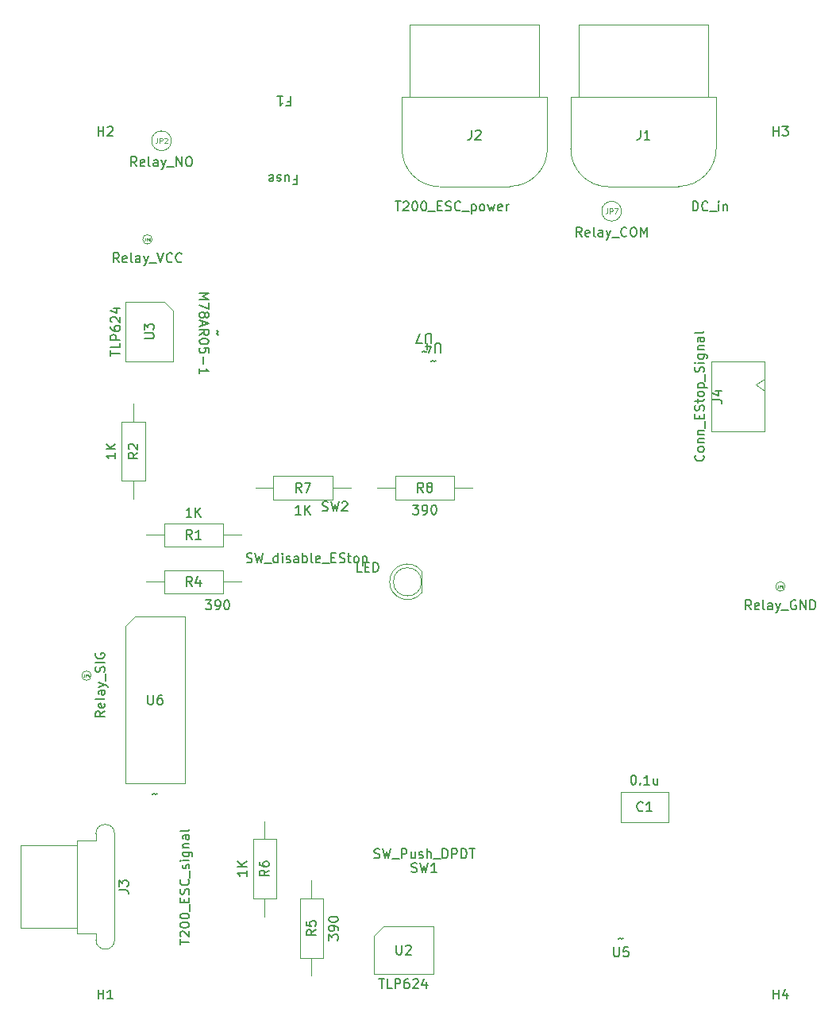
<source format=gbr>
%TF.GenerationSoftware,KiCad,Pcbnew,8.0.6-8.0.6-0~ubuntu22.04.1*%
%TF.CreationDate,2024-12-03T16:31:01+00:00*%
%TF.ProjectId,miniv_motor_controller_board,6d696e69-765f-46d6-9f74-6f725f636f6e,rev?*%
%TF.SameCoordinates,Original*%
%TF.FileFunction,AssemblyDrawing,Top*%
%FSLAX46Y46*%
G04 Gerber Fmt 4.6, Leading zero omitted, Abs format (unit mm)*
G04 Created by KiCad (PCBNEW 8.0.6-8.0.6-0~ubuntu22.04.1) date 2024-12-03 16:31:01*
%MOMM*%
%LPD*%
G01*
G04 APERTURE LIST*
%ADD10C,0.150000*%
%ADD11C,0.040000*%
%ADD12C,0.080000*%
%ADD13C,0.100000*%
G04 APERTURE END LIST*
D10*
X69824819Y-140205713D02*
X69824819Y-139586666D01*
X69824819Y-139586666D02*
X70205771Y-139919999D01*
X70205771Y-139919999D02*
X70205771Y-139777142D01*
X70205771Y-139777142D02*
X70253390Y-139681904D01*
X70253390Y-139681904D02*
X70301009Y-139634285D01*
X70301009Y-139634285D02*
X70396247Y-139586666D01*
X70396247Y-139586666D02*
X70634342Y-139586666D01*
X70634342Y-139586666D02*
X70729580Y-139634285D01*
X70729580Y-139634285D02*
X70777200Y-139681904D01*
X70777200Y-139681904D02*
X70824819Y-139777142D01*
X70824819Y-139777142D02*
X70824819Y-140062856D01*
X70824819Y-140062856D02*
X70777200Y-140158094D01*
X70777200Y-140158094D02*
X70729580Y-140205713D01*
X70824819Y-139110475D02*
X70824819Y-138919999D01*
X70824819Y-138919999D02*
X70777200Y-138824761D01*
X70777200Y-138824761D02*
X70729580Y-138777142D01*
X70729580Y-138777142D02*
X70586723Y-138681904D01*
X70586723Y-138681904D02*
X70396247Y-138634285D01*
X70396247Y-138634285D02*
X70015295Y-138634285D01*
X70015295Y-138634285D02*
X69920057Y-138681904D01*
X69920057Y-138681904D02*
X69872438Y-138729523D01*
X69872438Y-138729523D02*
X69824819Y-138824761D01*
X69824819Y-138824761D02*
X69824819Y-139015237D01*
X69824819Y-139015237D02*
X69872438Y-139110475D01*
X69872438Y-139110475D02*
X69920057Y-139158094D01*
X69920057Y-139158094D02*
X70015295Y-139205713D01*
X70015295Y-139205713D02*
X70253390Y-139205713D01*
X70253390Y-139205713D02*
X70348628Y-139158094D01*
X70348628Y-139158094D02*
X70396247Y-139110475D01*
X70396247Y-139110475D02*
X70443866Y-139015237D01*
X70443866Y-139015237D02*
X70443866Y-138824761D01*
X70443866Y-138824761D02*
X70396247Y-138729523D01*
X70396247Y-138729523D02*
X70348628Y-138681904D01*
X70348628Y-138681904D02*
X70253390Y-138634285D01*
X69824819Y-138015237D02*
X69824819Y-137919999D01*
X69824819Y-137919999D02*
X69872438Y-137824761D01*
X69872438Y-137824761D02*
X69920057Y-137777142D01*
X69920057Y-137777142D02*
X70015295Y-137729523D01*
X70015295Y-137729523D02*
X70205771Y-137681904D01*
X70205771Y-137681904D02*
X70443866Y-137681904D01*
X70443866Y-137681904D02*
X70634342Y-137729523D01*
X70634342Y-137729523D02*
X70729580Y-137777142D01*
X70729580Y-137777142D02*
X70777200Y-137824761D01*
X70777200Y-137824761D02*
X70824819Y-137919999D01*
X70824819Y-137919999D02*
X70824819Y-138015237D01*
X70824819Y-138015237D02*
X70777200Y-138110475D01*
X70777200Y-138110475D02*
X70729580Y-138158094D01*
X70729580Y-138158094D02*
X70634342Y-138205713D01*
X70634342Y-138205713D02*
X70443866Y-138253332D01*
X70443866Y-138253332D02*
X70205771Y-138253332D01*
X70205771Y-138253332D02*
X70015295Y-138205713D01*
X70015295Y-138205713D02*
X69920057Y-138158094D01*
X69920057Y-138158094D02*
X69872438Y-138110475D01*
X69872438Y-138110475D02*
X69824819Y-138015237D01*
X68454819Y-139086666D02*
X67978628Y-139419999D01*
X68454819Y-139658094D02*
X67454819Y-139658094D01*
X67454819Y-139658094D02*
X67454819Y-139277142D01*
X67454819Y-139277142D02*
X67502438Y-139181904D01*
X67502438Y-139181904D02*
X67550057Y-139134285D01*
X67550057Y-139134285D02*
X67645295Y-139086666D01*
X67645295Y-139086666D02*
X67788152Y-139086666D01*
X67788152Y-139086666D02*
X67883390Y-139134285D01*
X67883390Y-139134285D02*
X67931009Y-139181904D01*
X67931009Y-139181904D02*
X67978628Y-139277142D01*
X67978628Y-139277142D02*
X67978628Y-139658094D01*
X67454819Y-138181904D02*
X67454819Y-138658094D01*
X67454819Y-138658094D02*
X67931009Y-138705713D01*
X67931009Y-138705713D02*
X67883390Y-138658094D01*
X67883390Y-138658094D02*
X67835771Y-138562856D01*
X67835771Y-138562856D02*
X67835771Y-138324761D01*
X67835771Y-138324761D02*
X67883390Y-138229523D01*
X67883390Y-138229523D02*
X67931009Y-138181904D01*
X67931009Y-138181904D02*
X68026247Y-138134285D01*
X68026247Y-138134285D02*
X68264342Y-138134285D01*
X68264342Y-138134285D02*
X68359580Y-138181904D01*
X68359580Y-138181904D02*
X68407200Y-138229523D01*
X68407200Y-138229523D02*
X68454819Y-138324761D01*
X68454819Y-138324761D02*
X68454819Y-138562856D01*
X68454819Y-138562856D02*
X68407200Y-138658094D01*
X68407200Y-138658094D02*
X68359580Y-138705713D01*
X109759580Y-88511905D02*
X109807200Y-88559524D01*
X109807200Y-88559524D02*
X109854819Y-88702381D01*
X109854819Y-88702381D02*
X109854819Y-88797619D01*
X109854819Y-88797619D02*
X109807200Y-88940476D01*
X109807200Y-88940476D02*
X109711961Y-89035714D01*
X109711961Y-89035714D02*
X109616723Y-89083333D01*
X109616723Y-89083333D02*
X109426247Y-89130952D01*
X109426247Y-89130952D02*
X109283390Y-89130952D01*
X109283390Y-89130952D02*
X109092914Y-89083333D01*
X109092914Y-89083333D02*
X108997676Y-89035714D01*
X108997676Y-89035714D02*
X108902438Y-88940476D01*
X108902438Y-88940476D02*
X108854819Y-88797619D01*
X108854819Y-88797619D02*
X108854819Y-88702381D01*
X108854819Y-88702381D02*
X108902438Y-88559524D01*
X108902438Y-88559524D02*
X108950057Y-88511905D01*
X109854819Y-87940476D02*
X109807200Y-88035714D01*
X109807200Y-88035714D02*
X109759580Y-88083333D01*
X109759580Y-88083333D02*
X109664342Y-88130952D01*
X109664342Y-88130952D02*
X109378628Y-88130952D01*
X109378628Y-88130952D02*
X109283390Y-88083333D01*
X109283390Y-88083333D02*
X109235771Y-88035714D01*
X109235771Y-88035714D02*
X109188152Y-87940476D01*
X109188152Y-87940476D02*
X109188152Y-87797619D01*
X109188152Y-87797619D02*
X109235771Y-87702381D01*
X109235771Y-87702381D02*
X109283390Y-87654762D01*
X109283390Y-87654762D02*
X109378628Y-87607143D01*
X109378628Y-87607143D02*
X109664342Y-87607143D01*
X109664342Y-87607143D02*
X109759580Y-87654762D01*
X109759580Y-87654762D02*
X109807200Y-87702381D01*
X109807200Y-87702381D02*
X109854819Y-87797619D01*
X109854819Y-87797619D02*
X109854819Y-87940476D01*
X109188152Y-87178571D02*
X109854819Y-87178571D01*
X109283390Y-87178571D02*
X109235771Y-87130952D01*
X109235771Y-87130952D02*
X109188152Y-87035714D01*
X109188152Y-87035714D02*
X109188152Y-86892857D01*
X109188152Y-86892857D02*
X109235771Y-86797619D01*
X109235771Y-86797619D02*
X109331009Y-86750000D01*
X109331009Y-86750000D02*
X109854819Y-86750000D01*
X109188152Y-86273809D02*
X109854819Y-86273809D01*
X109283390Y-86273809D02*
X109235771Y-86226190D01*
X109235771Y-86226190D02*
X109188152Y-86130952D01*
X109188152Y-86130952D02*
X109188152Y-85988095D01*
X109188152Y-85988095D02*
X109235771Y-85892857D01*
X109235771Y-85892857D02*
X109331009Y-85845238D01*
X109331009Y-85845238D02*
X109854819Y-85845238D01*
X109950057Y-85607143D02*
X109950057Y-84845238D01*
X109331009Y-84607142D02*
X109331009Y-84273809D01*
X109854819Y-84130952D02*
X109854819Y-84607142D01*
X109854819Y-84607142D02*
X108854819Y-84607142D01*
X108854819Y-84607142D02*
X108854819Y-84130952D01*
X109807200Y-83749999D02*
X109854819Y-83607142D01*
X109854819Y-83607142D02*
X109854819Y-83369047D01*
X109854819Y-83369047D02*
X109807200Y-83273809D01*
X109807200Y-83273809D02*
X109759580Y-83226190D01*
X109759580Y-83226190D02*
X109664342Y-83178571D01*
X109664342Y-83178571D02*
X109569104Y-83178571D01*
X109569104Y-83178571D02*
X109473866Y-83226190D01*
X109473866Y-83226190D02*
X109426247Y-83273809D01*
X109426247Y-83273809D02*
X109378628Y-83369047D01*
X109378628Y-83369047D02*
X109331009Y-83559523D01*
X109331009Y-83559523D02*
X109283390Y-83654761D01*
X109283390Y-83654761D02*
X109235771Y-83702380D01*
X109235771Y-83702380D02*
X109140533Y-83749999D01*
X109140533Y-83749999D02*
X109045295Y-83749999D01*
X109045295Y-83749999D02*
X108950057Y-83702380D01*
X108950057Y-83702380D02*
X108902438Y-83654761D01*
X108902438Y-83654761D02*
X108854819Y-83559523D01*
X108854819Y-83559523D02*
X108854819Y-83321428D01*
X108854819Y-83321428D02*
X108902438Y-83178571D01*
X109188152Y-82892856D02*
X109188152Y-82511904D01*
X108854819Y-82749999D02*
X109711961Y-82749999D01*
X109711961Y-82749999D02*
X109807200Y-82702380D01*
X109807200Y-82702380D02*
X109854819Y-82607142D01*
X109854819Y-82607142D02*
X109854819Y-82511904D01*
X109854819Y-82035713D02*
X109807200Y-82130951D01*
X109807200Y-82130951D02*
X109759580Y-82178570D01*
X109759580Y-82178570D02*
X109664342Y-82226189D01*
X109664342Y-82226189D02*
X109378628Y-82226189D01*
X109378628Y-82226189D02*
X109283390Y-82178570D01*
X109283390Y-82178570D02*
X109235771Y-82130951D01*
X109235771Y-82130951D02*
X109188152Y-82035713D01*
X109188152Y-82035713D02*
X109188152Y-81892856D01*
X109188152Y-81892856D02*
X109235771Y-81797618D01*
X109235771Y-81797618D02*
X109283390Y-81749999D01*
X109283390Y-81749999D02*
X109378628Y-81702380D01*
X109378628Y-81702380D02*
X109664342Y-81702380D01*
X109664342Y-81702380D02*
X109759580Y-81749999D01*
X109759580Y-81749999D02*
X109807200Y-81797618D01*
X109807200Y-81797618D02*
X109854819Y-81892856D01*
X109854819Y-81892856D02*
X109854819Y-82035713D01*
X109188152Y-81273808D02*
X110188152Y-81273808D01*
X109235771Y-81273808D02*
X109188152Y-81178570D01*
X109188152Y-81178570D02*
X109188152Y-80988094D01*
X109188152Y-80988094D02*
X109235771Y-80892856D01*
X109235771Y-80892856D02*
X109283390Y-80845237D01*
X109283390Y-80845237D02*
X109378628Y-80797618D01*
X109378628Y-80797618D02*
X109664342Y-80797618D01*
X109664342Y-80797618D02*
X109759580Y-80845237D01*
X109759580Y-80845237D02*
X109807200Y-80892856D01*
X109807200Y-80892856D02*
X109854819Y-80988094D01*
X109854819Y-80988094D02*
X109854819Y-81178570D01*
X109854819Y-81178570D02*
X109807200Y-81273808D01*
X109950057Y-80607142D02*
X109950057Y-79845237D01*
X109807200Y-79654760D02*
X109854819Y-79511903D01*
X109854819Y-79511903D02*
X109854819Y-79273808D01*
X109854819Y-79273808D02*
X109807200Y-79178570D01*
X109807200Y-79178570D02*
X109759580Y-79130951D01*
X109759580Y-79130951D02*
X109664342Y-79083332D01*
X109664342Y-79083332D02*
X109569104Y-79083332D01*
X109569104Y-79083332D02*
X109473866Y-79130951D01*
X109473866Y-79130951D02*
X109426247Y-79178570D01*
X109426247Y-79178570D02*
X109378628Y-79273808D01*
X109378628Y-79273808D02*
X109331009Y-79464284D01*
X109331009Y-79464284D02*
X109283390Y-79559522D01*
X109283390Y-79559522D02*
X109235771Y-79607141D01*
X109235771Y-79607141D02*
X109140533Y-79654760D01*
X109140533Y-79654760D02*
X109045295Y-79654760D01*
X109045295Y-79654760D02*
X108950057Y-79607141D01*
X108950057Y-79607141D02*
X108902438Y-79559522D01*
X108902438Y-79559522D02*
X108854819Y-79464284D01*
X108854819Y-79464284D02*
X108854819Y-79226189D01*
X108854819Y-79226189D02*
X108902438Y-79083332D01*
X109854819Y-78654760D02*
X109188152Y-78654760D01*
X108854819Y-78654760D02*
X108902438Y-78702379D01*
X108902438Y-78702379D02*
X108950057Y-78654760D01*
X108950057Y-78654760D02*
X108902438Y-78607141D01*
X108902438Y-78607141D02*
X108854819Y-78654760D01*
X108854819Y-78654760D02*
X108950057Y-78654760D01*
X109188152Y-77749999D02*
X109997676Y-77749999D01*
X109997676Y-77749999D02*
X110092914Y-77797618D01*
X110092914Y-77797618D02*
X110140533Y-77845237D01*
X110140533Y-77845237D02*
X110188152Y-77940475D01*
X110188152Y-77940475D02*
X110188152Y-78083332D01*
X110188152Y-78083332D02*
X110140533Y-78178570D01*
X109807200Y-77749999D02*
X109854819Y-77845237D01*
X109854819Y-77845237D02*
X109854819Y-78035713D01*
X109854819Y-78035713D02*
X109807200Y-78130951D01*
X109807200Y-78130951D02*
X109759580Y-78178570D01*
X109759580Y-78178570D02*
X109664342Y-78226189D01*
X109664342Y-78226189D02*
X109378628Y-78226189D01*
X109378628Y-78226189D02*
X109283390Y-78178570D01*
X109283390Y-78178570D02*
X109235771Y-78130951D01*
X109235771Y-78130951D02*
X109188152Y-78035713D01*
X109188152Y-78035713D02*
X109188152Y-77845237D01*
X109188152Y-77845237D02*
X109235771Y-77749999D01*
X109188152Y-77273808D02*
X109854819Y-77273808D01*
X109283390Y-77273808D02*
X109235771Y-77226189D01*
X109235771Y-77226189D02*
X109188152Y-77130951D01*
X109188152Y-77130951D02*
X109188152Y-76988094D01*
X109188152Y-76988094D02*
X109235771Y-76892856D01*
X109235771Y-76892856D02*
X109331009Y-76845237D01*
X109331009Y-76845237D02*
X109854819Y-76845237D01*
X109854819Y-75940475D02*
X109331009Y-75940475D01*
X109331009Y-75940475D02*
X109235771Y-75988094D01*
X109235771Y-75988094D02*
X109188152Y-76083332D01*
X109188152Y-76083332D02*
X109188152Y-76273808D01*
X109188152Y-76273808D02*
X109235771Y-76369046D01*
X109807200Y-75940475D02*
X109854819Y-76035713D01*
X109854819Y-76035713D02*
X109854819Y-76273808D01*
X109854819Y-76273808D02*
X109807200Y-76369046D01*
X109807200Y-76369046D02*
X109711961Y-76416665D01*
X109711961Y-76416665D02*
X109616723Y-76416665D01*
X109616723Y-76416665D02*
X109521485Y-76369046D01*
X109521485Y-76369046D02*
X109473866Y-76273808D01*
X109473866Y-76273808D02*
X109473866Y-76035713D01*
X109473866Y-76035713D02*
X109426247Y-75940475D01*
X109854819Y-75321427D02*
X109807200Y-75416665D01*
X109807200Y-75416665D02*
X109711961Y-75464284D01*
X109711961Y-75464284D02*
X108854819Y-75464284D01*
X110754819Y-82583333D02*
X111469104Y-82583333D01*
X111469104Y-82583333D02*
X111611961Y-82630952D01*
X111611961Y-82630952D02*
X111707200Y-82726190D01*
X111707200Y-82726190D02*
X111754819Y-82869047D01*
X111754819Y-82869047D02*
X111754819Y-82964285D01*
X111088152Y-81678571D02*
X111754819Y-81678571D01*
X110707200Y-81916666D02*
X111421485Y-82154761D01*
X111421485Y-82154761D02*
X111421485Y-81535714D01*
X66122857Y-59158990D02*
X66456190Y-59158990D01*
X66456190Y-58635180D02*
X66456190Y-59635180D01*
X66456190Y-59635180D02*
X65980000Y-59635180D01*
X65170476Y-59301847D02*
X65170476Y-58635180D01*
X65599047Y-59301847D02*
X65599047Y-58778038D01*
X65599047Y-58778038D02*
X65551428Y-58682800D01*
X65551428Y-58682800D02*
X65456190Y-58635180D01*
X65456190Y-58635180D02*
X65313333Y-58635180D01*
X65313333Y-58635180D02*
X65218095Y-58682800D01*
X65218095Y-58682800D02*
X65170476Y-58730419D01*
X64741904Y-58682800D02*
X64646666Y-58635180D01*
X64646666Y-58635180D02*
X64456190Y-58635180D01*
X64456190Y-58635180D02*
X64360952Y-58682800D01*
X64360952Y-58682800D02*
X64313333Y-58778038D01*
X64313333Y-58778038D02*
X64313333Y-58825657D01*
X64313333Y-58825657D02*
X64360952Y-58920895D01*
X64360952Y-58920895D02*
X64456190Y-58968514D01*
X64456190Y-58968514D02*
X64599047Y-58968514D01*
X64599047Y-58968514D02*
X64694285Y-59016133D01*
X64694285Y-59016133D02*
X64741904Y-59111371D01*
X64741904Y-59111371D02*
X64741904Y-59158990D01*
X64741904Y-59158990D02*
X64694285Y-59254228D01*
X64694285Y-59254228D02*
X64599047Y-59301847D01*
X64599047Y-59301847D02*
X64456190Y-59301847D01*
X64456190Y-59301847D02*
X64360952Y-59254228D01*
X63503809Y-58682800D02*
X63599047Y-58635180D01*
X63599047Y-58635180D02*
X63789523Y-58635180D01*
X63789523Y-58635180D02*
X63884761Y-58682800D01*
X63884761Y-58682800D02*
X63932380Y-58778038D01*
X63932380Y-58778038D02*
X63932380Y-59158990D01*
X63932380Y-59158990D02*
X63884761Y-59254228D01*
X63884761Y-59254228D02*
X63789523Y-59301847D01*
X63789523Y-59301847D02*
X63599047Y-59301847D01*
X63599047Y-59301847D02*
X63503809Y-59254228D01*
X63503809Y-59254228D02*
X63456190Y-59158990D01*
X63456190Y-59158990D02*
X63456190Y-59063752D01*
X63456190Y-59063752D02*
X63932380Y-58968514D01*
X65403333Y-50798990D02*
X65736666Y-50798990D01*
X65736666Y-50275180D02*
X65736666Y-51275180D01*
X65736666Y-51275180D02*
X65260476Y-51275180D01*
X64355714Y-50275180D02*
X64927142Y-50275180D01*
X64641428Y-50275180D02*
X64641428Y-51275180D01*
X64641428Y-51275180D02*
X64736666Y-51132323D01*
X64736666Y-51132323D02*
X64831904Y-51037085D01*
X64831904Y-51037085D02*
X64927142Y-50989466D01*
X45954819Y-115809524D02*
X45478628Y-116142857D01*
X45954819Y-116380952D02*
X44954819Y-116380952D01*
X44954819Y-116380952D02*
X44954819Y-116000000D01*
X44954819Y-116000000D02*
X45002438Y-115904762D01*
X45002438Y-115904762D02*
X45050057Y-115857143D01*
X45050057Y-115857143D02*
X45145295Y-115809524D01*
X45145295Y-115809524D02*
X45288152Y-115809524D01*
X45288152Y-115809524D02*
X45383390Y-115857143D01*
X45383390Y-115857143D02*
X45431009Y-115904762D01*
X45431009Y-115904762D02*
X45478628Y-116000000D01*
X45478628Y-116000000D02*
X45478628Y-116380952D01*
X45907200Y-115000000D02*
X45954819Y-115095238D01*
X45954819Y-115095238D02*
X45954819Y-115285714D01*
X45954819Y-115285714D02*
X45907200Y-115380952D01*
X45907200Y-115380952D02*
X45811961Y-115428571D01*
X45811961Y-115428571D02*
X45431009Y-115428571D01*
X45431009Y-115428571D02*
X45335771Y-115380952D01*
X45335771Y-115380952D02*
X45288152Y-115285714D01*
X45288152Y-115285714D02*
X45288152Y-115095238D01*
X45288152Y-115095238D02*
X45335771Y-115000000D01*
X45335771Y-115000000D02*
X45431009Y-114952381D01*
X45431009Y-114952381D02*
X45526247Y-114952381D01*
X45526247Y-114952381D02*
X45621485Y-115428571D01*
X45954819Y-114380952D02*
X45907200Y-114476190D01*
X45907200Y-114476190D02*
X45811961Y-114523809D01*
X45811961Y-114523809D02*
X44954819Y-114523809D01*
X45954819Y-113571428D02*
X45431009Y-113571428D01*
X45431009Y-113571428D02*
X45335771Y-113619047D01*
X45335771Y-113619047D02*
X45288152Y-113714285D01*
X45288152Y-113714285D02*
X45288152Y-113904761D01*
X45288152Y-113904761D02*
X45335771Y-113999999D01*
X45907200Y-113571428D02*
X45954819Y-113666666D01*
X45954819Y-113666666D02*
X45954819Y-113904761D01*
X45954819Y-113904761D02*
X45907200Y-113999999D01*
X45907200Y-113999999D02*
X45811961Y-114047618D01*
X45811961Y-114047618D02*
X45716723Y-114047618D01*
X45716723Y-114047618D02*
X45621485Y-113999999D01*
X45621485Y-113999999D02*
X45573866Y-113904761D01*
X45573866Y-113904761D02*
X45573866Y-113666666D01*
X45573866Y-113666666D02*
X45526247Y-113571428D01*
X45288152Y-113190475D02*
X45954819Y-112952380D01*
X45288152Y-112714285D02*
X45954819Y-112952380D01*
X45954819Y-112952380D02*
X46192914Y-113047618D01*
X46192914Y-113047618D02*
X46240533Y-113095237D01*
X46240533Y-113095237D02*
X46288152Y-113190475D01*
X46050057Y-112571428D02*
X46050057Y-111809523D01*
X45907200Y-111619046D02*
X45954819Y-111476189D01*
X45954819Y-111476189D02*
X45954819Y-111238094D01*
X45954819Y-111238094D02*
X45907200Y-111142856D01*
X45907200Y-111142856D02*
X45859580Y-111095237D01*
X45859580Y-111095237D02*
X45764342Y-111047618D01*
X45764342Y-111047618D02*
X45669104Y-111047618D01*
X45669104Y-111047618D02*
X45573866Y-111095237D01*
X45573866Y-111095237D02*
X45526247Y-111142856D01*
X45526247Y-111142856D02*
X45478628Y-111238094D01*
X45478628Y-111238094D02*
X45431009Y-111428570D01*
X45431009Y-111428570D02*
X45383390Y-111523808D01*
X45383390Y-111523808D02*
X45335771Y-111571427D01*
X45335771Y-111571427D02*
X45240533Y-111619046D01*
X45240533Y-111619046D02*
X45145295Y-111619046D01*
X45145295Y-111619046D02*
X45050057Y-111571427D01*
X45050057Y-111571427D02*
X45002438Y-111523808D01*
X45002438Y-111523808D02*
X44954819Y-111428570D01*
X44954819Y-111428570D02*
X44954819Y-111190475D01*
X44954819Y-111190475D02*
X45002438Y-111047618D01*
X45954819Y-110619046D02*
X44954819Y-110619046D01*
X45002438Y-109619047D02*
X44954819Y-109714285D01*
X44954819Y-109714285D02*
X44954819Y-109857142D01*
X44954819Y-109857142D02*
X45002438Y-109999999D01*
X45002438Y-109999999D02*
X45097676Y-110095237D01*
X45097676Y-110095237D02*
X45192914Y-110142856D01*
X45192914Y-110142856D02*
X45383390Y-110190475D01*
X45383390Y-110190475D02*
X45526247Y-110190475D01*
X45526247Y-110190475D02*
X45716723Y-110142856D01*
X45716723Y-110142856D02*
X45811961Y-110095237D01*
X45811961Y-110095237D02*
X45907200Y-109999999D01*
X45907200Y-109999999D02*
X45954819Y-109857142D01*
X45954819Y-109857142D02*
X45954819Y-109761904D01*
X45954819Y-109761904D02*
X45907200Y-109619047D01*
X45907200Y-109619047D02*
X45859580Y-109571428D01*
X45859580Y-109571428D02*
X45526247Y-109571428D01*
X45526247Y-109571428D02*
X45526247Y-109761904D01*
D11*
X43791667Y-111863574D02*
X43791667Y-112042146D01*
X43791667Y-112042146D02*
X43779762Y-112077860D01*
X43779762Y-112077860D02*
X43755953Y-112101670D01*
X43755953Y-112101670D02*
X43720238Y-112113574D01*
X43720238Y-112113574D02*
X43696429Y-112113574D01*
X43910714Y-112113574D02*
X43910714Y-111863574D01*
X43910714Y-111863574D02*
X44005952Y-111863574D01*
X44005952Y-111863574D02*
X44029762Y-111875479D01*
X44029762Y-111875479D02*
X44041667Y-111887384D01*
X44041667Y-111887384D02*
X44053571Y-111911193D01*
X44053571Y-111911193D02*
X44053571Y-111946908D01*
X44053571Y-111946908D02*
X44041667Y-111970717D01*
X44041667Y-111970717D02*
X44029762Y-111982622D01*
X44029762Y-111982622D02*
X44005952Y-111994527D01*
X44005952Y-111994527D02*
X43910714Y-111994527D01*
X44267857Y-111946908D02*
X44267857Y-112113574D01*
X44208333Y-111851670D02*
X44148810Y-112030241D01*
X44148810Y-112030241D02*
X44303571Y-112030241D01*
D10*
X75190952Y-144324819D02*
X75762380Y-144324819D01*
X75476666Y-145324819D02*
X75476666Y-144324819D01*
X76571904Y-145324819D02*
X76095714Y-145324819D01*
X76095714Y-145324819D02*
X76095714Y-144324819D01*
X76905238Y-145324819D02*
X76905238Y-144324819D01*
X76905238Y-144324819D02*
X77286190Y-144324819D01*
X77286190Y-144324819D02*
X77381428Y-144372438D01*
X77381428Y-144372438D02*
X77429047Y-144420057D01*
X77429047Y-144420057D02*
X77476666Y-144515295D01*
X77476666Y-144515295D02*
X77476666Y-144658152D01*
X77476666Y-144658152D02*
X77429047Y-144753390D01*
X77429047Y-144753390D02*
X77381428Y-144801009D01*
X77381428Y-144801009D02*
X77286190Y-144848628D01*
X77286190Y-144848628D02*
X76905238Y-144848628D01*
X78333809Y-144324819D02*
X78143333Y-144324819D01*
X78143333Y-144324819D02*
X78048095Y-144372438D01*
X78048095Y-144372438D02*
X78000476Y-144420057D01*
X78000476Y-144420057D02*
X77905238Y-144562914D01*
X77905238Y-144562914D02*
X77857619Y-144753390D01*
X77857619Y-144753390D02*
X77857619Y-145134342D01*
X77857619Y-145134342D02*
X77905238Y-145229580D01*
X77905238Y-145229580D02*
X77952857Y-145277200D01*
X77952857Y-145277200D02*
X78048095Y-145324819D01*
X78048095Y-145324819D02*
X78238571Y-145324819D01*
X78238571Y-145324819D02*
X78333809Y-145277200D01*
X78333809Y-145277200D02*
X78381428Y-145229580D01*
X78381428Y-145229580D02*
X78429047Y-145134342D01*
X78429047Y-145134342D02*
X78429047Y-144896247D01*
X78429047Y-144896247D02*
X78381428Y-144801009D01*
X78381428Y-144801009D02*
X78333809Y-144753390D01*
X78333809Y-144753390D02*
X78238571Y-144705771D01*
X78238571Y-144705771D02*
X78048095Y-144705771D01*
X78048095Y-144705771D02*
X77952857Y-144753390D01*
X77952857Y-144753390D02*
X77905238Y-144801009D01*
X77905238Y-144801009D02*
X77857619Y-144896247D01*
X78810000Y-144420057D02*
X78857619Y-144372438D01*
X78857619Y-144372438D02*
X78952857Y-144324819D01*
X78952857Y-144324819D02*
X79190952Y-144324819D01*
X79190952Y-144324819D02*
X79286190Y-144372438D01*
X79286190Y-144372438D02*
X79333809Y-144420057D01*
X79333809Y-144420057D02*
X79381428Y-144515295D01*
X79381428Y-144515295D02*
X79381428Y-144610533D01*
X79381428Y-144610533D02*
X79333809Y-144753390D01*
X79333809Y-144753390D02*
X78762381Y-145324819D01*
X78762381Y-145324819D02*
X79381428Y-145324819D01*
X80238571Y-144658152D02*
X80238571Y-145324819D01*
X80000476Y-144277200D02*
X79762381Y-144991485D01*
X79762381Y-144991485D02*
X80381428Y-144991485D01*
X77048095Y-140724819D02*
X77048095Y-141534342D01*
X77048095Y-141534342D02*
X77095714Y-141629580D01*
X77095714Y-141629580D02*
X77143333Y-141677200D01*
X77143333Y-141677200D02*
X77238571Y-141724819D01*
X77238571Y-141724819D02*
X77429047Y-141724819D01*
X77429047Y-141724819D02*
X77524285Y-141677200D01*
X77524285Y-141677200D02*
X77571904Y-141629580D01*
X77571904Y-141629580D02*
X77619523Y-141534342D01*
X77619523Y-141534342D02*
X77619523Y-140724819D01*
X78048095Y-140820057D02*
X78095714Y-140772438D01*
X78095714Y-140772438D02*
X78190952Y-140724819D01*
X78190952Y-140724819D02*
X78429047Y-140724819D01*
X78429047Y-140724819D02*
X78524285Y-140772438D01*
X78524285Y-140772438D02*
X78571904Y-140820057D01*
X78571904Y-140820057D02*
X78619523Y-140915295D01*
X78619523Y-140915295D02*
X78619523Y-141010533D01*
X78619523Y-141010533D02*
X78571904Y-141153390D01*
X78571904Y-141153390D02*
X78000476Y-141724819D01*
X78000476Y-141724819D02*
X78619523Y-141724819D01*
X76928571Y-61454819D02*
X77499999Y-61454819D01*
X77214285Y-62454819D02*
X77214285Y-61454819D01*
X77785714Y-61550057D02*
X77833333Y-61502438D01*
X77833333Y-61502438D02*
X77928571Y-61454819D01*
X77928571Y-61454819D02*
X78166666Y-61454819D01*
X78166666Y-61454819D02*
X78261904Y-61502438D01*
X78261904Y-61502438D02*
X78309523Y-61550057D01*
X78309523Y-61550057D02*
X78357142Y-61645295D01*
X78357142Y-61645295D02*
X78357142Y-61740533D01*
X78357142Y-61740533D02*
X78309523Y-61883390D01*
X78309523Y-61883390D02*
X77738095Y-62454819D01*
X77738095Y-62454819D02*
X78357142Y-62454819D01*
X78976190Y-61454819D02*
X79071428Y-61454819D01*
X79071428Y-61454819D02*
X79166666Y-61502438D01*
X79166666Y-61502438D02*
X79214285Y-61550057D01*
X79214285Y-61550057D02*
X79261904Y-61645295D01*
X79261904Y-61645295D02*
X79309523Y-61835771D01*
X79309523Y-61835771D02*
X79309523Y-62073866D01*
X79309523Y-62073866D02*
X79261904Y-62264342D01*
X79261904Y-62264342D02*
X79214285Y-62359580D01*
X79214285Y-62359580D02*
X79166666Y-62407200D01*
X79166666Y-62407200D02*
X79071428Y-62454819D01*
X79071428Y-62454819D02*
X78976190Y-62454819D01*
X78976190Y-62454819D02*
X78880952Y-62407200D01*
X78880952Y-62407200D02*
X78833333Y-62359580D01*
X78833333Y-62359580D02*
X78785714Y-62264342D01*
X78785714Y-62264342D02*
X78738095Y-62073866D01*
X78738095Y-62073866D02*
X78738095Y-61835771D01*
X78738095Y-61835771D02*
X78785714Y-61645295D01*
X78785714Y-61645295D02*
X78833333Y-61550057D01*
X78833333Y-61550057D02*
X78880952Y-61502438D01*
X78880952Y-61502438D02*
X78976190Y-61454819D01*
X79928571Y-61454819D02*
X80023809Y-61454819D01*
X80023809Y-61454819D02*
X80119047Y-61502438D01*
X80119047Y-61502438D02*
X80166666Y-61550057D01*
X80166666Y-61550057D02*
X80214285Y-61645295D01*
X80214285Y-61645295D02*
X80261904Y-61835771D01*
X80261904Y-61835771D02*
X80261904Y-62073866D01*
X80261904Y-62073866D02*
X80214285Y-62264342D01*
X80214285Y-62264342D02*
X80166666Y-62359580D01*
X80166666Y-62359580D02*
X80119047Y-62407200D01*
X80119047Y-62407200D02*
X80023809Y-62454819D01*
X80023809Y-62454819D02*
X79928571Y-62454819D01*
X79928571Y-62454819D02*
X79833333Y-62407200D01*
X79833333Y-62407200D02*
X79785714Y-62359580D01*
X79785714Y-62359580D02*
X79738095Y-62264342D01*
X79738095Y-62264342D02*
X79690476Y-62073866D01*
X79690476Y-62073866D02*
X79690476Y-61835771D01*
X79690476Y-61835771D02*
X79738095Y-61645295D01*
X79738095Y-61645295D02*
X79785714Y-61550057D01*
X79785714Y-61550057D02*
X79833333Y-61502438D01*
X79833333Y-61502438D02*
X79928571Y-61454819D01*
X80452381Y-62550057D02*
X81214285Y-62550057D01*
X81452381Y-61931009D02*
X81785714Y-61931009D01*
X81928571Y-62454819D02*
X81452381Y-62454819D01*
X81452381Y-62454819D02*
X81452381Y-61454819D01*
X81452381Y-61454819D02*
X81928571Y-61454819D01*
X82309524Y-62407200D02*
X82452381Y-62454819D01*
X82452381Y-62454819D02*
X82690476Y-62454819D01*
X82690476Y-62454819D02*
X82785714Y-62407200D01*
X82785714Y-62407200D02*
X82833333Y-62359580D01*
X82833333Y-62359580D02*
X82880952Y-62264342D01*
X82880952Y-62264342D02*
X82880952Y-62169104D01*
X82880952Y-62169104D02*
X82833333Y-62073866D01*
X82833333Y-62073866D02*
X82785714Y-62026247D01*
X82785714Y-62026247D02*
X82690476Y-61978628D01*
X82690476Y-61978628D02*
X82500000Y-61931009D01*
X82500000Y-61931009D02*
X82404762Y-61883390D01*
X82404762Y-61883390D02*
X82357143Y-61835771D01*
X82357143Y-61835771D02*
X82309524Y-61740533D01*
X82309524Y-61740533D02*
X82309524Y-61645295D01*
X82309524Y-61645295D02*
X82357143Y-61550057D01*
X82357143Y-61550057D02*
X82404762Y-61502438D01*
X82404762Y-61502438D02*
X82500000Y-61454819D01*
X82500000Y-61454819D02*
X82738095Y-61454819D01*
X82738095Y-61454819D02*
X82880952Y-61502438D01*
X83880952Y-62359580D02*
X83833333Y-62407200D01*
X83833333Y-62407200D02*
X83690476Y-62454819D01*
X83690476Y-62454819D02*
X83595238Y-62454819D01*
X83595238Y-62454819D02*
X83452381Y-62407200D01*
X83452381Y-62407200D02*
X83357143Y-62311961D01*
X83357143Y-62311961D02*
X83309524Y-62216723D01*
X83309524Y-62216723D02*
X83261905Y-62026247D01*
X83261905Y-62026247D02*
X83261905Y-61883390D01*
X83261905Y-61883390D02*
X83309524Y-61692914D01*
X83309524Y-61692914D02*
X83357143Y-61597676D01*
X83357143Y-61597676D02*
X83452381Y-61502438D01*
X83452381Y-61502438D02*
X83595238Y-61454819D01*
X83595238Y-61454819D02*
X83690476Y-61454819D01*
X83690476Y-61454819D02*
X83833333Y-61502438D01*
X83833333Y-61502438D02*
X83880952Y-61550057D01*
X84071429Y-62550057D02*
X84833333Y-62550057D01*
X85071429Y-61788152D02*
X85071429Y-62788152D01*
X85071429Y-61835771D02*
X85166667Y-61788152D01*
X85166667Y-61788152D02*
X85357143Y-61788152D01*
X85357143Y-61788152D02*
X85452381Y-61835771D01*
X85452381Y-61835771D02*
X85500000Y-61883390D01*
X85500000Y-61883390D02*
X85547619Y-61978628D01*
X85547619Y-61978628D02*
X85547619Y-62264342D01*
X85547619Y-62264342D02*
X85500000Y-62359580D01*
X85500000Y-62359580D02*
X85452381Y-62407200D01*
X85452381Y-62407200D02*
X85357143Y-62454819D01*
X85357143Y-62454819D02*
X85166667Y-62454819D01*
X85166667Y-62454819D02*
X85071429Y-62407200D01*
X86119048Y-62454819D02*
X86023810Y-62407200D01*
X86023810Y-62407200D02*
X85976191Y-62359580D01*
X85976191Y-62359580D02*
X85928572Y-62264342D01*
X85928572Y-62264342D02*
X85928572Y-61978628D01*
X85928572Y-61978628D02*
X85976191Y-61883390D01*
X85976191Y-61883390D02*
X86023810Y-61835771D01*
X86023810Y-61835771D02*
X86119048Y-61788152D01*
X86119048Y-61788152D02*
X86261905Y-61788152D01*
X86261905Y-61788152D02*
X86357143Y-61835771D01*
X86357143Y-61835771D02*
X86404762Y-61883390D01*
X86404762Y-61883390D02*
X86452381Y-61978628D01*
X86452381Y-61978628D02*
X86452381Y-62264342D01*
X86452381Y-62264342D02*
X86404762Y-62359580D01*
X86404762Y-62359580D02*
X86357143Y-62407200D01*
X86357143Y-62407200D02*
X86261905Y-62454819D01*
X86261905Y-62454819D02*
X86119048Y-62454819D01*
X86785715Y-61788152D02*
X86976191Y-62454819D01*
X86976191Y-62454819D02*
X87166667Y-61978628D01*
X87166667Y-61978628D02*
X87357143Y-62454819D01*
X87357143Y-62454819D02*
X87547619Y-61788152D01*
X88309524Y-62407200D02*
X88214286Y-62454819D01*
X88214286Y-62454819D02*
X88023810Y-62454819D01*
X88023810Y-62454819D02*
X87928572Y-62407200D01*
X87928572Y-62407200D02*
X87880953Y-62311961D01*
X87880953Y-62311961D02*
X87880953Y-61931009D01*
X87880953Y-61931009D02*
X87928572Y-61835771D01*
X87928572Y-61835771D02*
X88023810Y-61788152D01*
X88023810Y-61788152D02*
X88214286Y-61788152D01*
X88214286Y-61788152D02*
X88309524Y-61835771D01*
X88309524Y-61835771D02*
X88357143Y-61931009D01*
X88357143Y-61931009D02*
X88357143Y-62026247D01*
X88357143Y-62026247D02*
X87880953Y-62121485D01*
X88785715Y-62454819D02*
X88785715Y-61788152D01*
X88785715Y-61978628D02*
X88833334Y-61883390D01*
X88833334Y-61883390D02*
X88880953Y-61835771D01*
X88880953Y-61835771D02*
X88976191Y-61788152D01*
X88976191Y-61788152D02*
X89071429Y-61788152D01*
X85066666Y-53854819D02*
X85066666Y-54569104D01*
X85066666Y-54569104D02*
X85019047Y-54711961D01*
X85019047Y-54711961D02*
X84923809Y-54807200D01*
X84923809Y-54807200D02*
X84780952Y-54854819D01*
X84780952Y-54854819D02*
X84685714Y-54854819D01*
X85495238Y-53950057D02*
X85542857Y-53902438D01*
X85542857Y-53902438D02*
X85638095Y-53854819D01*
X85638095Y-53854819D02*
X85876190Y-53854819D01*
X85876190Y-53854819D02*
X85971428Y-53902438D01*
X85971428Y-53902438D02*
X86019047Y-53950057D01*
X86019047Y-53950057D02*
X86066666Y-54045295D01*
X86066666Y-54045295D02*
X86066666Y-54140533D01*
X86066666Y-54140533D02*
X86019047Y-54283390D01*
X86019047Y-54283390D02*
X85447619Y-54854819D01*
X85447619Y-54854819D02*
X86066666Y-54854819D01*
X117238095Y-54454819D02*
X117238095Y-53454819D01*
X117238095Y-53931009D02*
X117809523Y-53931009D01*
X117809523Y-54454819D02*
X117809523Y-53454819D01*
X118190476Y-53454819D02*
X118809523Y-53454819D01*
X118809523Y-53454819D02*
X118476190Y-53835771D01*
X118476190Y-53835771D02*
X118619047Y-53835771D01*
X118619047Y-53835771D02*
X118714285Y-53883390D01*
X118714285Y-53883390D02*
X118761904Y-53931009D01*
X118761904Y-53931009D02*
X118809523Y-54026247D01*
X118809523Y-54026247D02*
X118809523Y-54264342D01*
X118809523Y-54264342D02*
X118761904Y-54359580D01*
X118761904Y-54359580D02*
X118714285Y-54407200D01*
X118714285Y-54407200D02*
X118619047Y-54454819D01*
X118619047Y-54454819D02*
X118333333Y-54454819D01*
X118333333Y-54454819D02*
X118238095Y-54407200D01*
X118238095Y-54407200D02*
X118190476Y-54359580D01*
X47476189Y-67954819D02*
X47142856Y-67478628D01*
X46904761Y-67954819D02*
X46904761Y-66954819D01*
X46904761Y-66954819D02*
X47285713Y-66954819D01*
X47285713Y-66954819D02*
X47380951Y-67002438D01*
X47380951Y-67002438D02*
X47428570Y-67050057D01*
X47428570Y-67050057D02*
X47476189Y-67145295D01*
X47476189Y-67145295D02*
X47476189Y-67288152D01*
X47476189Y-67288152D02*
X47428570Y-67383390D01*
X47428570Y-67383390D02*
X47380951Y-67431009D01*
X47380951Y-67431009D02*
X47285713Y-67478628D01*
X47285713Y-67478628D02*
X46904761Y-67478628D01*
X48285713Y-67907200D02*
X48190475Y-67954819D01*
X48190475Y-67954819D02*
X47999999Y-67954819D01*
X47999999Y-67954819D02*
X47904761Y-67907200D01*
X47904761Y-67907200D02*
X47857142Y-67811961D01*
X47857142Y-67811961D02*
X47857142Y-67431009D01*
X47857142Y-67431009D02*
X47904761Y-67335771D01*
X47904761Y-67335771D02*
X47999999Y-67288152D01*
X47999999Y-67288152D02*
X48190475Y-67288152D01*
X48190475Y-67288152D02*
X48285713Y-67335771D01*
X48285713Y-67335771D02*
X48333332Y-67431009D01*
X48333332Y-67431009D02*
X48333332Y-67526247D01*
X48333332Y-67526247D02*
X47857142Y-67621485D01*
X48904761Y-67954819D02*
X48809523Y-67907200D01*
X48809523Y-67907200D02*
X48761904Y-67811961D01*
X48761904Y-67811961D02*
X48761904Y-66954819D01*
X49714285Y-67954819D02*
X49714285Y-67431009D01*
X49714285Y-67431009D02*
X49666666Y-67335771D01*
X49666666Y-67335771D02*
X49571428Y-67288152D01*
X49571428Y-67288152D02*
X49380952Y-67288152D01*
X49380952Y-67288152D02*
X49285714Y-67335771D01*
X49714285Y-67907200D02*
X49619047Y-67954819D01*
X49619047Y-67954819D02*
X49380952Y-67954819D01*
X49380952Y-67954819D02*
X49285714Y-67907200D01*
X49285714Y-67907200D02*
X49238095Y-67811961D01*
X49238095Y-67811961D02*
X49238095Y-67716723D01*
X49238095Y-67716723D02*
X49285714Y-67621485D01*
X49285714Y-67621485D02*
X49380952Y-67573866D01*
X49380952Y-67573866D02*
X49619047Y-67573866D01*
X49619047Y-67573866D02*
X49714285Y-67526247D01*
X50095238Y-67288152D02*
X50333333Y-67954819D01*
X50571428Y-67288152D02*
X50333333Y-67954819D01*
X50333333Y-67954819D02*
X50238095Y-68192914D01*
X50238095Y-68192914D02*
X50190476Y-68240533D01*
X50190476Y-68240533D02*
X50095238Y-68288152D01*
X50714286Y-68050057D02*
X51476190Y-68050057D01*
X51571429Y-66954819D02*
X51904762Y-67954819D01*
X51904762Y-67954819D02*
X52238095Y-66954819D01*
X53142857Y-67859580D02*
X53095238Y-67907200D01*
X53095238Y-67907200D02*
X52952381Y-67954819D01*
X52952381Y-67954819D02*
X52857143Y-67954819D01*
X52857143Y-67954819D02*
X52714286Y-67907200D01*
X52714286Y-67907200D02*
X52619048Y-67811961D01*
X52619048Y-67811961D02*
X52571429Y-67716723D01*
X52571429Y-67716723D02*
X52523810Y-67526247D01*
X52523810Y-67526247D02*
X52523810Y-67383390D01*
X52523810Y-67383390D02*
X52571429Y-67192914D01*
X52571429Y-67192914D02*
X52619048Y-67097676D01*
X52619048Y-67097676D02*
X52714286Y-67002438D01*
X52714286Y-67002438D02*
X52857143Y-66954819D01*
X52857143Y-66954819D02*
X52952381Y-66954819D01*
X52952381Y-66954819D02*
X53095238Y-67002438D01*
X53095238Y-67002438D02*
X53142857Y-67050057D01*
X54142857Y-67859580D02*
X54095238Y-67907200D01*
X54095238Y-67907200D02*
X53952381Y-67954819D01*
X53952381Y-67954819D02*
X53857143Y-67954819D01*
X53857143Y-67954819D02*
X53714286Y-67907200D01*
X53714286Y-67907200D02*
X53619048Y-67811961D01*
X53619048Y-67811961D02*
X53571429Y-67716723D01*
X53571429Y-67716723D02*
X53523810Y-67526247D01*
X53523810Y-67526247D02*
X53523810Y-67383390D01*
X53523810Y-67383390D02*
X53571429Y-67192914D01*
X53571429Y-67192914D02*
X53619048Y-67097676D01*
X53619048Y-67097676D02*
X53714286Y-67002438D01*
X53714286Y-67002438D02*
X53857143Y-66954819D01*
X53857143Y-66954819D02*
X53952381Y-66954819D01*
X53952381Y-66954819D02*
X54095238Y-67002438D01*
X54095238Y-67002438D02*
X54142857Y-67050057D01*
D11*
X50291667Y-65363574D02*
X50291667Y-65542146D01*
X50291667Y-65542146D02*
X50279762Y-65577860D01*
X50279762Y-65577860D02*
X50255953Y-65601670D01*
X50255953Y-65601670D02*
X50220238Y-65613574D01*
X50220238Y-65613574D02*
X50196429Y-65613574D01*
X50410714Y-65613574D02*
X50410714Y-65363574D01*
X50410714Y-65363574D02*
X50505952Y-65363574D01*
X50505952Y-65363574D02*
X50529762Y-65375479D01*
X50529762Y-65375479D02*
X50541667Y-65387384D01*
X50541667Y-65387384D02*
X50553571Y-65411193D01*
X50553571Y-65411193D02*
X50553571Y-65446908D01*
X50553571Y-65446908D02*
X50541667Y-65470717D01*
X50541667Y-65470717D02*
X50529762Y-65482622D01*
X50529762Y-65482622D02*
X50505952Y-65494527D01*
X50505952Y-65494527D02*
X50410714Y-65494527D01*
X50767857Y-65363574D02*
X50720238Y-65363574D01*
X50720238Y-65363574D02*
X50696429Y-65375479D01*
X50696429Y-65375479D02*
X50684524Y-65387384D01*
X50684524Y-65387384D02*
X50660714Y-65423098D01*
X50660714Y-65423098D02*
X50648810Y-65470717D01*
X50648810Y-65470717D02*
X50648810Y-65565955D01*
X50648810Y-65565955D02*
X50660714Y-65589765D01*
X50660714Y-65589765D02*
X50672619Y-65601670D01*
X50672619Y-65601670D02*
X50696429Y-65613574D01*
X50696429Y-65613574D02*
X50744048Y-65613574D01*
X50744048Y-65613574D02*
X50767857Y-65601670D01*
X50767857Y-65601670D02*
X50779762Y-65589765D01*
X50779762Y-65589765D02*
X50791667Y-65565955D01*
X50791667Y-65565955D02*
X50791667Y-65506431D01*
X50791667Y-65506431D02*
X50779762Y-65482622D01*
X50779762Y-65482622D02*
X50767857Y-65470717D01*
X50767857Y-65470717D02*
X50744048Y-65458812D01*
X50744048Y-65458812D02*
X50696429Y-65458812D01*
X50696429Y-65458812D02*
X50672619Y-65470717D01*
X50672619Y-65470717D02*
X50660714Y-65482622D01*
X50660714Y-65482622D02*
X50648810Y-65506431D01*
D10*
X45238095Y-146454819D02*
X45238095Y-145454819D01*
X45238095Y-145931009D02*
X45809523Y-145931009D01*
X45809523Y-146454819D02*
X45809523Y-145454819D01*
X46809523Y-146454819D02*
X46238095Y-146454819D01*
X46523809Y-146454819D02*
X46523809Y-145454819D01*
X46523809Y-145454819D02*
X46428571Y-145597676D01*
X46428571Y-145597676D02*
X46333333Y-145692914D01*
X46333333Y-145692914D02*
X46238095Y-145740533D01*
X53954819Y-140666666D02*
X53954819Y-140095238D01*
X54954819Y-140380952D02*
X53954819Y-140380952D01*
X54050057Y-139809523D02*
X54002438Y-139761904D01*
X54002438Y-139761904D02*
X53954819Y-139666666D01*
X53954819Y-139666666D02*
X53954819Y-139428571D01*
X53954819Y-139428571D02*
X54002438Y-139333333D01*
X54002438Y-139333333D02*
X54050057Y-139285714D01*
X54050057Y-139285714D02*
X54145295Y-139238095D01*
X54145295Y-139238095D02*
X54240533Y-139238095D01*
X54240533Y-139238095D02*
X54383390Y-139285714D01*
X54383390Y-139285714D02*
X54954819Y-139857142D01*
X54954819Y-139857142D02*
X54954819Y-139238095D01*
X53954819Y-138619047D02*
X53954819Y-138523809D01*
X53954819Y-138523809D02*
X54002438Y-138428571D01*
X54002438Y-138428571D02*
X54050057Y-138380952D01*
X54050057Y-138380952D02*
X54145295Y-138333333D01*
X54145295Y-138333333D02*
X54335771Y-138285714D01*
X54335771Y-138285714D02*
X54573866Y-138285714D01*
X54573866Y-138285714D02*
X54764342Y-138333333D01*
X54764342Y-138333333D02*
X54859580Y-138380952D01*
X54859580Y-138380952D02*
X54907200Y-138428571D01*
X54907200Y-138428571D02*
X54954819Y-138523809D01*
X54954819Y-138523809D02*
X54954819Y-138619047D01*
X54954819Y-138619047D02*
X54907200Y-138714285D01*
X54907200Y-138714285D02*
X54859580Y-138761904D01*
X54859580Y-138761904D02*
X54764342Y-138809523D01*
X54764342Y-138809523D02*
X54573866Y-138857142D01*
X54573866Y-138857142D02*
X54335771Y-138857142D01*
X54335771Y-138857142D02*
X54145295Y-138809523D01*
X54145295Y-138809523D02*
X54050057Y-138761904D01*
X54050057Y-138761904D02*
X54002438Y-138714285D01*
X54002438Y-138714285D02*
X53954819Y-138619047D01*
X53954819Y-137666666D02*
X53954819Y-137571428D01*
X53954819Y-137571428D02*
X54002438Y-137476190D01*
X54002438Y-137476190D02*
X54050057Y-137428571D01*
X54050057Y-137428571D02*
X54145295Y-137380952D01*
X54145295Y-137380952D02*
X54335771Y-137333333D01*
X54335771Y-137333333D02*
X54573866Y-137333333D01*
X54573866Y-137333333D02*
X54764342Y-137380952D01*
X54764342Y-137380952D02*
X54859580Y-137428571D01*
X54859580Y-137428571D02*
X54907200Y-137476190D01*
X54907200Y-137476190D02*
X54954819Y-137571428D01*
X54954819Y-137571428D02*
X54954819Y-137666666D01*
X54954819Y-137666666D02*
X54907200Y-137761904D01*
X54907200Y-137761904D02*
X54859580Y-137809523D01*
X54859580Y-137809523D02*
X54764342Y-137857142D01*
X54764342Y-137857142D02*
X54573866Y-137904761D01*
X54573866Y-137904761D02*
X54335771Y-137904761D01*
X54335771Y-137904761D02*
X54145295Y-137857142D01*
X54145295Y-137857142D02*
X54050057Y-137809523D01*
X54050057Y-137809523D02*
X54002438Y-137761904D01*
X54002438Y-137761904D02*
X53954819Y-137666666D01*
X55050057Y-137142857D02*
X55050057Y-136380952D01*
X54431009Y-136142856D02*
X54431009Y-135809523D01*
X54954819Y-135666666D02*
X54954819Y-136142856D01*
X54954819Y-136142856D02*
X53954819Y-136142856D01*
X53954819Y-136142856D02*
X53954819Y-135666666D01*
X54907200Y-135285713D02*
X54954819Y-135142856D01*
X54954819Y-135142856D02*
X54954819Y-134904761D01*
X54954819Y-134904761D02*
X54907200Y-134809523D01*
X54907200Y-134809523D02*
X54859580Y-134761904D01*
X54859580Y-134761904D02*
X54764342Y-134714285D01*
X54764342Y-134714285D02*
X54669104Y-134714285D01*
X54669104Y-134714285D02*
X54573866Y-134761904D01*
X54573866Y-134761904D02*
X54526247Y-134809523D01*
X54526247Y-134809523D02*
X54478628Y-134904761D01*
X54478628Y-134904761D02*
X54431009Y-135095237D01*
X54431009Y-135095237D02*
X54383390Y-135190475D01*
X54383390Y-135190475D02*
X54335771Y-135238094D01*
X54335771Y-135238094D02*
X54240533Y-135285713D01*
X54240533Y-135285713D02*
X54145295Y-135285713D01*
X54145295Y-135285713D02*
X54050057Y-135238094D01*
X54050057Y-135238094D02*
X54002438Y-135190475D01*
X54002438Y-135190475D02*
X53954819Y-135095237D01*
X53954819Y-135095237D02*
X53954819Y-134857142D01*
X53954819Y-134857142D02*
X54002438Y-134714285D01*
X54859580Y-133714285D02*
X54907200Y-133761904D01*
X54907200Y-133761904D02*
X54954819Y-133904761D01*
X54954819Y-133904761D02*
X54954819Y-133999999D01*
X54954819Y-133999999D02*
X54907200Y-134142856D01*
X54907200Y-134142856D02*
X54811961Y-134238094D01*
X54811961Y-134238094D02*
X54716723Y-134285713D01*
X54716723Y-134285713D02*
X54526247Y-134333332D01*
X54526247Y-134333332D02*
X54383390Y-134333332D01*
X54383390Y-134333332D02*
X54192914Y-134285713D01*
X54192914Y-134285713D02*
X54097676Y-134238094D01*
X54097676Y-134238094D02*
X54002438Y-134142856D01*
X54002438Y-134142856D02*
X53954819Y-133999999D01*
X53954819Y-133999999D02*
X53954819Y-133904761D01*
X53954819Y-133904761D02*
X54002438Y-133761904D01*
X54002438Y-133761904D02*
X54050057Y-133714285D01*
X55050057Y-133523809D02*
X55050057Y-132761904D01*
X54907200Y-132571427D02*
X54954819Y-132476189D01*
X54954819Y-132476189D02*
X54954819Y-132285713D01*
X54954819Y-132285713D02*
X54907200Y-132190475D01*
X54907200Y-132190475D02*
X54811961Y-132142856D01*
X54811961Y-132142856D02*
X54764342Y-132142856D01*
X54764342Y-132142856D02*
X54669104Y-132190475D01*
X54669104Y-132190475D02*
X54621485Y-132285713D01*
X54621485Y-132285713D02*
X54621485Y-132428570D01*
X54621485Y-132428570D02*
X54573866Y-132523808D01*
X54573866Y-132523808D02*
X54478628Y-132571427D01*
X54478628Y-132571427D02*
X54431009Y-132571427D01*
X54431009Y-132571427D02*
X54335771Y-132523808D01*
X54335771Y-132523808D02*
X54288152Y-132428570D01*
X54288152Y-132428570D02*
X54288152Y-132285713D01*
X54288152Y-132285713D02*
X54335771Y-132190475D01*
X54954819Y-131714284D02*
X54288152Y-131714284D01*
X53954819Y-131714284D02*
X54002438Y-131761903D01*
X54002438Y-131761903D02*
X54050057Y-131714284D01*
X54050057Y-131714284D02*
X54002438Y-131666665D01*
X54002438Y-131666665D02*
X53954819Y-131714284D01*
X53954819Y-131714284D02*
X54050057Y-131714284D01*
X54288152Y-130809523D02*
X55097676Y-130809523D01*
X55097676Y-130809523D02*
X55192914Y-130857142D01*
X55192914Y-130857142D02*
X55240533Y-130904761D01*
X55240533Y-130904761D02*
X55288152Y-130999999D01*
X55288152Y-130999999D02*
X55288152Y-131142856D01*
X55288152Y-131142856D02*
X55240533Y-131238094D01*
X54907200Y-130809523D02*
X54954819Y-130904761D01*
X54954819Y-130904761D02*
X54954819Y-131095237D01*
X54954819Y-131095237D02*
X54907200Y-131190475D01*
X54907200Y-131190475D02*
X54859580Y-131238094D01*
X54859580Y-131238094D02*
X54764342Y-131285713D01*
X54764342Y-131285713D02*
X54478628Y-131285713D01*
X54478628Y-131285713D02*
X54383390Y-131238094D01*
X54383390Y-131238094D02*
X54335771Y-131190475D01*
X54335771Y-131190475D02*
X54288152Y-131095237D01*
X54288152Y-131095237D02*
X54288152Y-130904761D01*
X54288152Y-130904761D02*
X54335771Y-130809523D01*
X54288152Y-130333332D02*
X54954819Y-130333332D01*
X54383390Y-130333332D02*
X54335771Y-130285713D01*
X54335771Y-130285713D02*
X54288152Y-130190475D01*
X54288152Y-130190475D02*
X54288152Y-130047618D01*
X54288152Y-130047618D02*
X54335771Y-129952380D01*
X54335771Y-129952380D02*
X54431009Y-129904761D01*
X54431009Y-129904761D02*
X54954819Y-129904761D01*
X54954819Y-128999999D02*
X54431009Y-128999999D01*
X54431009Y-128999999D02*
X54335771Y-129047618D01*
X54335771Y-129047618D02*
X54288152Y-129142856D01*
X54288152Y-129142856D02*
X54288152Y-129333332D01*
X54288152Y-129333332D02*
X54335771Y-129428570D01*
X54907200Y-128999999D02*
X54954819Y-129095237D01*
X54954819Y-129095237D02*
X54954819Y-129333332D01*
X54954819Y-129333332D02*
X54907200Y-129428570D01*
X54907200Y-129428570D02*
X54811961Y-129476189D01*
X54811961Y-129476189D02*
X54716723Y-129476189D01*
X54716723Y-129476189D02*
X54621485Y-129428570D01*
X54621485Y-129428570D02*
X54573866Y-129333332D01*
X54573866Y-129333332D02*
X54573866Y-129095237D01*
X54573866Y-129095237D02*
X54526247Y-128999999D01*
X54954819Y-128380951D02*
X54907200Y-128476189D01*
X54907200Y-128476189D02*
X54811961Y-128523808D01*
X54811961Y-128523808D02*
X53954819Y-128523808D01*
X47454819Y-134833333D02*
X48169104Y-134833333D01*
X48169104Y-134833333D02*
X48311961Y-134880952D01*
X48311961Y-134880952D02*
X48407200Y-134976190D01*
X48407200Y-134976190D02*
X48454819Y-135119047D01*
X48454819Y-135119047D02*
X48454819Y-135214285D01*
X47454819Y-134452380D02*
X47454819Y-133833333D01*
X47454819Y-133833333D02*
X47835771Y-134166666D01*
X47835771Y-134166666D02*
X47835771Y-134023809D01*
X47835771Y-134023809D02*
X47883390Y-133928571D01*
X47883390Y-133928571D02*
X47931009Y-133880952D01*
X47931009Y-133880952D02*
X48026247Y-133833333D01*
X48026247Y-133833333D02*
X48264342Y-133833333D01*
X48264342Y-133833333D02*
X48359580Y-133880952D01*
X48359580Y-133880952D02*
X48407200Y-133928571D01*
X48407200Y-133928571D02*
X48454819Y-134023809D01*
X48454819Y-134023809D02*
X48454819Y-134309523D01*
X48454819Y-134309523D02*
X48407200Y-134404761D01*
X48407200Y-134404761D02*
X48359580Y-134452380D01*
X55205714Y-95084819D02*
X54634286Y-95084819D01*
X54920000Y-95084819D02*
X54920000Y-94084819D01*
X54920000Y-94084819D02*
X54824762Y-94227676D01*
X54824762Y-94227676D02*
X54729524Y-94322914D01*
X54729524Y-94322914D02*
X54634286Y-94370533D01*
X55634286Y-95084819D02*
X55634286Y-94084819D01*
X56205714Y-95084819D02*
X55777143Y-94513390D01*
X56205714Y-94084819D02*
X55634286Y-94656247D01*
X55253333Y-97454819D02*
X54920000Y-96978628D01*
X54681905Y-97454819D02*
X54681905Y-96454819D01*
X54681905Y-96454819D02*
X55062857Y-96454819D01*
X55062857Y-96454819D02*
X55158095Y-96502438D01*
X55158095Y-96502438D02*
X55205714Y-96550057D01*
X55205714Y-96550057D02*
X55253333Y-96645295D01*
X55253333Y-96645295D02*
X55253333Y-96788152D01*
X55253333Y-96788152D02*
X55205714Y-96883390D01*
X55205714Y-96883390D02*
X55158095Y-96931009D01*
X55158095Y-96931009D02*
X55062857Y-96978628D01*
X55062857Y-96978628D02*
X54681905Y-96978628D01*
X56205714Y-97454819D02*
X55634286Y-97454819D01*
X55920000Y-97454819D02*
X55920000Y-96454819D01*
X55920000Y-96454819D02*
X55824762Y-96597676D01*
X55824762Y-96597676D02*
X55729524Y-96692914D01*
X55729524Y-96692914D02*
X55634286Y-96740533D01*
X108666667Y-62454819D02*
X108666667Y-61454819D01*
X108666667Y-61454819D02*
X108904762Y-61454819D01*
X108904762Y-61454819D02*
X109047619Y-61502438D01*
X109047619Y-61502438D02*
X109142857Y-61597676D01*
X109142857Y-61597676D02*
X109190476Y-61692914D01*
X109190476Y-61692914D02*
X109238095Y-61883390D01*
X109238095Y-61883390D02*
X109238095Y-62026247D01*
X109238095Y-62026247D02*
X109190476Y-62216723D01*
X109190476Y-62216723D02*
X109142857Y-62311961D01*
X109142857Y-62311961D02*
X109047619Y-62407200D01*
X109047619Y-62407200D02*
X108904762Y-62454819D01*
X108904762Y-62454819D02*
X108666667Y-62454819D01*
X110238095Y-62359580D02*
X110190476Y-62407200D01*
X110190476Y-62407200D02*
X110047619Y-62454819D01*
X110047619Y-62454819D02*
X109952381Y-62454819D01*
X109952381Y-62454819D02*
X109809524Y-62407200D01*
X109809524Y-62407200D02*
X109714286Y-62311961D01*
X109714286Y-62311961D02*
X109666667Y-62216723D01*
X109666667Y-62216723D02*
X109619048Y-62026247D01*
X109619048Y-62026247D02*
X109619048Y-61883390D01*
X109619048Y-61883390D02*
X109666667Y-61692914D01*
X109666667Y-61692914D02*
X109714286Y-61597676D01*
X109714286Y-61597676D02*
X109809524Y-61502438D01*
X109809524Y-61502438D02*
X109952381Y-61454819D01*
X109952381Y-61454819D02*
X110047619Y-61454819D01*
X110047619Y-61454819D02*
X110190476Y-61502438D01*
X110190476Y-61502438D02*
X110238095Y-61550057D01*
X110428572Y-62550057D02*
X111190476Y-62550057D01*
X111428572Y-62454819D02*
X111428572Y-61788152D01*
X111428572Y-61454819D02*
X111380953Y-61502438D01*
X111380953Y-61502438D02*
X111428572Y-61550057D01*
X111428572Y-61550057D02*
X111476191Y-61502438D01*
X111476191Y-61502438D02*
X111428572Y-61454819D01*
X111428572Y-61454819D02*
X111428572Y-61550057D01*
X111904762Y-61788152D02*
X111904762Y-62454819D01*
X111904762Y-61883390D02*
X111952381Y-61835771D01*
X111952381Y-61835771D02*
X112047619Y-61788152D01*
X112047619Y-61788152D02*
X112190476Y-61788152D01*
X112190476Y-61788152D02*
X112285714Y-61835771D01*
X112285714Y-61835771D02*
X112333333Y-61931009D01*
X112333333Y-61931009D02*
X112333333Y-62454819D01*
X103066666Y-53854819D02*
X103066666Y-54569104D01*
X103066666Y-54569104D02*
X103019047Y-54711961D01*
X103019047Y-54711961D02*
X102923809Y-54807200D01*
X102923809Y-54807200D02*
X102780952Y-54854819D01*
X102780952Y-54854819D02*
X102685714Y-54854819D01*
X104066666Y-54854819D02*
X103495238Y-54854819D01*
X103780952Y-54854819D02*
X103780952Y-53854819D01*
X103780952Y-53854819D02*
X103685714Y-53997676D01*
X103685714Y-53997676D02*
X103590476Y-54092914D01*
X103590476Y-54092914D02*
X103495238Y-54140533D01*
X96809523Y-65204819D02*
X96476190Y-64728628D01*
X96238095Y-65204819D02*
X96238095Y-64204819D01*
X96238095Y-64204819D02*
X96619047Y-64204819D01*
X96619047Y-64204819D02*
X96714285Y-64252438D01*
X96714285Y-64252438D02*
X96761904Y-64300057D01*
X96761904Y-64300057D02*
X96809523Y-64395295D01*
X96809523Y-64395295D02*
X96809523Y-64538152D01*
X96809523Y-64538152D02*
X96761904Y-64633390D01*
X96761904Y-64633390D02*
X96714285Y-64681009D01*
X96714285Y-64681009D02*
X96619047Y-64728628D01*
X96619047Y-64728628D02*
X96238095Y-64728628D01*
X97619047Y-65157200D02*
X97523809Y-65204819D01*
X97523809Y-65204819D02*
X97333333Y-65204819D01*
X97333333Y-65204819D02*
X97238095Y-65157200D01*
X97238095Y-65157200D02*
X97190476Y-65061961D01*
X97190476Y-65061961D02*
X97190476Y-64681009D01*
X97190476Y-64681009D02*
X97238095Y-64585771D01*
X97238095Y-64585771D02*
X97333333Y-64538152D01*
X97333333Y-64538152D02*
X97523809Y-64538152D01*
X97523809Y-64538152D02*
X97619047Y-64585771D01*
X97619047Y-64585771D02*
X97666666Y-64681009D01*
X97666666Y-64681009D02*
X97666666Y-64776247D01*
X97666666Y-64776247D02*
X97190476Y-64871485D01*
X98238095Y-65204819D02*
X98142857Y-65157200D01*
X98142857Y-65157200D02*
X98095238Y-65061961D01*
X98095238Y-65061961D02*
X98095238Y-64204819D01*
X99047619Y-65204819D02*
X99047619Y-64681009D01*
X99047619Y-64681009D02*
X99000000Y-64585771D01*
X99000000Y-64585771D02*
X98904762Y-64538152D01*
X98904762Y-64538152D02*
X98714286Y-64538152D01*
X98714286Y-64538152D02*
X98619048Y-64585771D01*
X99047619Y-65157200D02*
X98952381Y-65204819D01*
X98952381Y-65204819D02*
X98714286Y-65204819D01*
X98714286Y-65204819D02*
X98619048Y-65157200D01*
X98619048Y-65157200D02*
X98571429Y-65061961D01*
X98571429Y-65061961D02*
X98571429Y-64966723D01*
X98571429Y-64966723D02*
X98619048Y-64871485D01*
X98619048Y-64871485D02*
X98714286Y-64823866D01*
X98714286Y-64823866D02*
X98952381Y-64823866D01*
X98952381Y-64823866D02*
X99047619Y-64776247D01*
X99428572Y-64538152D02*
X99666667Y-65204819D01*
X99904762Y-64538152D02*
X99666667Y-65204819D01*
X99666667Y-65204819D02*
X99571429Y-65442914D01*
X99571429Y-65442914D02*
X99523810Y-65490533D01*
X99523810Y-65490533D02*
X99428572Y-65538152D01*
X100047620Y-65300057D02*
X100809524Y-65300057D01*
X101619048Y-65109580D02*
X101571429Y-65157200D01*
X101571429Y-65157200D02*
X101428572Y-65204819D01*
X101428572Y-65204819D02*
X101333334Y-65204819D01*
X101333334Y-65204819D02*
X101190477Y-65157200D01*
X101190477Y-65157200D02*
X101095239Y-65061961D01*
X101095239Y-65061961D02*
X101047620Y-64966723D01*
X101047620Y-64966723D02*
X101000001Y-64776247D01*
X101000001Y-64776247D02*
X101000001Y-64633390D01*
X101000001Y-64633390D02*
X101047620Y-64442914D01*
X101047620Y-64442914D02*
X101095239Y-64347676D01*
X101095239Y-64347676D02*
X101190477Y-64252438D01*
X101190477Y-64252438D02*
X101333334Y-64204819D01*
X101333334Y-64204819D02*
X101428572Y-64204819D01*
X101428572Y-64204819D02*
X101571429Y-64252438D01*
X101571429Y-64252438D02*
X101619048Y-64300057D01*
X102238096Y-64204819D02*
X102428572Y-64204819D01*
X102428572Y-64204819D02*
X102523810Y-64252438D01*
X102523810Y-64252438D02*
X102619048Y-64347676D01*
X102619048Y-64347676D02*
X102666667Y-64538152D01*
X102666667Y-64538152D02*
X102666667Y-64871485D01*
X102666667Y-64871485D02*
X102619048Y-65061961D01*
X102619048Y-65061961D02*
X102523810Y-65157200D01*
X102523810Y-65157200D02*
X102428572Y-65204819D01*
X102428572Y-65204819D02*
X102238096Y-65204819D01*
X102238096Y-65204819D02*
X102142858Y-65157200D01*
X102142858Y-65157200D02*
X102047620Y-65061961D01*
X102047620Y-65061961D02*
X102000001Y-64871485D01*
X102000001Y-64871485D02*
X102000001Y-64538152D01*
X102000001Y-64538152D02*
X102047620Y-64347676D01*
X102047620Y-64347676D02*
X102142858Y-64252438D01*
X102142858Y-64252438D02*
X102238096Y-64204819D01*
X103095239Y-65204819D02*
X103095239Y-64204819D01*
X103095239Y-64204819D02*
X103428572Y-64919104D01*
X103428572Y-64919104D02*
X103761905Y-64204819D01*
X103761905Y-64204819D02*
X103761905Y-65204819D01*
D12*
X99566666Y-62216401D02*
X99566666Y-62587830D01*
X99566666Y-62587830D02*
X99541905Y-62662116D01*
X99541905Y-62662116D02*
X99492381Y-62711640D01*
X99492381Y-62711640D02*
X99418095Y-62736401D01*
X99418095Y-62736401D02*
X99368571Y-62736401D01*
X99814285Y-62736401D02*
X99814285Y-62216401D01*
X99814285Y-62216401D02*
X100012380Y-62216401D01*
X100012380Y-62216401D02*
X100061904Y-62241163D01*
X100061904Y-62241163D02*
X100086666Y-62265925D01*
X100086666Y-62265925D02*
X100111428Y-62315449D01*
X100111428Y-62315449D02*
X100111428Y-62389735D01*
X100111428Y-62389735D02*
X100086666Y-62439259D01*
X100086666Y-62439259D02*
X100061904Y-62464020D01*
X100061904Y-62464020D02*
X100012380Y-62488782D01*
X100012380Y-62488782D02*
X99814285Y-62488782D01*
X100284761Y-62216401D02*
X100631428Y-62216401D01*
X100631428Y-62216401D02*
X100408571Y-62736401D01*
D10*
X117238095Y-146454819D02*
X117238095Y-145454819D01*
X117238095Y-145931009D02*
X117809523Y-145931009D01*
X117809523Y-146454819D02*
X117809523Y-145454819D01*
X118714285Y-145788152D02*
X118714285Y-146454819D01*
X118476190Y-145407200D02*
X118238095Y-146121485D01*
X118238095Y-146121485D02*
X118857142Y-146121485D01*
X51048095Y-124643866D02*
X51095714Y-124596247D01*
X51095714Y-124596247D02*
X51190952Y-124548628D01*
X51190952Y-124548628D02*
X51381428Y-124643866D01*
X51381428Y-124643866D02*
X51476666Y-124596247D01*
X51476666Y-124596247D02*
X51524285Y-124548628D01*
X50548095Y-114074819D02*
X50548095Y-114884342D01*
X50548095Y-114884342D02*
X50595714Y-114979580D01*
X50595714Y-114979580D02*
X50643333Y-115027200D01*
X50643333Y-115027200D02*
X50738571Y-115074819D01*
X50738571Y-115074819D02*
X50929047Y-115074819D01*
X50929047Y-115074819D02*
X51024285Y-115027200D01*
X51024285Y-115027200D02*
X51071904Y-114979580D01*
X51071904Y-114979580D02*
X51119523Y-114884342D01*
X51119523Y-114884342D02*
X51119523Y-114074819D01*
X52024285Y-114074819D02*
X51833809Y-114074819D01*
X51833809Y-114074819D02*
X51738571Y-114122438D01*
X51738571Y-114122438D02*
X51690952Y-114170057D01*
X51690952Y-114170057D02*
X51595714Y-114312914D01*
X51595714Y-114312914D02*
X51548095Y-114503390D01*
X51548095Y-114503390D02*
X51548095Y-114884342D01*
X51548095Y-114884342D02*
X51595714Y-114979580D01*
X51595714Y-114979580D02*
X51643333Y-115027200D01*
X51643333Y-115027200D02*
X51738571Y-115074819D01*
X51738571Y-115074819D02*
X51929047Y-115074819D01*
X51929047Y-115074819D02*
X52024285Y-115027200D01*
X52024285Y-115027200D02*
X52071904Y-114979580D01*
X52071904Y-114979580D02*
X52119523Y-114884342D01*
X52119523Y-114884342D02*
X52119523Y-114646247D01*
X52119523Y-114646247D02*
X52071904Y-114551009D01*
X52071904Y-114551009D02*
X52024285Y-114503390D01*
X52024285Y-114503390D02*
X51929047Y-114455771D01*
X51929047Y-114455771D02*
X51738571Y-114455771D01*
X51738571Y-114455771D02*
X51643333Y-114503390D01*
X51643333Y-114503390D02*
X51595714Y-114551009D01*
X51595714Y-114551009D02*
X51548095Y-114646247D01*
X74690476Y-131407200D02*
X74833333Y-131454819D01*
X74833333Y-131454819D02*
X75071428Y-131454819D01*
X75071428Y-131454819D02*
X75166666Y-131407200D01*
X75166666Y-131407200D02*
X75214285Y-131359580D01*
X75214285Y-131359580D02*
X75261904Y-131264342D01*
X75261904Y-131264342D02*
X75261904Y-131169104D01*
X75261904Y-131169104D02*
X75214285Y-131073866D01*
X75214285Y-131073866D02*
X75166666Y-131026247D01*
X75166666Y-131026247D02*
X75071428Y-130978628D01*
X75071428Y-130978628D02*
X74880952Y-130931009D01*
X74880952Y-130931009D02*
X74785714Y-130883390D01*
X74785714Y-130883390D02*
X74738095Y-130835771D01*
X74738095Y-130835771D02*
X74690476Y-130740533D01*
X74690476Y-130740533D02*
X74690476Y-130645295D01*
X74690476Y-130645295D02*
X74738095Y-130550057D01*
X74738095Y-130550057D02*
X74785714Y-130502438D01*
X74785714Y-130502438D02*
X74880952Y-130454819D01*
X74880952Y-130454819D02*
X75119047Y-130454819D01*
X75119047Y-130454819D02*
X75261904Y-130502438D01*
X75595238Y-130454819D02*
X75833333Y-131454819D01*
X75833333Y-131454819D02*
X76023809Y-130740533D01*
X76023809Y-130740533D02*
X76214285Y-131454819D01*
X76214285Y-131454819D02*
X76452381Y-130454819D01*
X76595238Y-131550057D02*
X77357142Y-131550057D01*
X77595238Y-131454819D02*
X77595238Y-130454819D01*
X77595238Y-130454819D02*
X77976190Y-130454819D01*
X77976190Y-130454819D02*
X78071428Y-130502438D01*
X78071428Y-130502438D02*
X78119047Y-130550057D01*
X78119047Y-130550057D02*
X78166666Y-130645295D01*
X78166666Y-130645295D02*
X78166666Y-130788152D01*
X78166666Y-130788152D02*
X78119047Y-130883390D01*
X78119047Y-130883390D02*
X78071428Y-130931009D01*
X78071428Y-130931009D02*
X77976190Y-130978628D01*
X77976190Y-130978628D02*
X77595238Y-130978628D01*
X79023809Y-130788152D02*
X79023809Y-131454819D01*
X78595238Y-130788152D02*
X78595238Y-131311961D01*
X78595238Y-131311961D02*
X78642857Y-131407200D01*
X78642857Y-131407200D02*
X78738095Y-131454819D01*
X78738095Y-131454819D02*
X78880952Y-131454819D01*
X78880952Y-131454819D02*
X78976190Y-131407200D01*
X78976190Y-131407200D02*
X79023809Y-131359580D01*
X79452381Y-131407200D02*
X79547619Y-131454819D01*
X79547619Y-131454819D02*
X79738095Y-131454819D01*
X79738095Y-131454819D02*
X79833333Y-131407200D01*
X79833333Y-131407200D02*
X79880952Y-131311961D01*
X79880952Y-131311961D02*
X79880952Y-131264342D01*
X79880952Y-131264342D02*
X79833333Y-131169104D01*
X79833333Y-131169104D02*
X79738095Y-131121485D01*
X79738095Y-131121485D02*
X79595238Y-131121485D01*
X79595238Y-131121485D02*
X79500000Y-131073866D01*
X79500000Y-131073866D02*
X79452381Y-130978628D01*
X79452381Y-130978628D02*
X79452381Y-130931009D01*
X79452381Y-130931009D02*
X79500000Y-130835771D01*
X79500000Y-130835771D02*
X79595238Y-130788152D01*
X79595238Y-130788152D02*
X79738095Y-130788152D01*
X79738095Y-130788152D02*
X79833333Y-130835771D01*
X80309524Y-131454819D02*
X80309524Y-130454819D01*
X80738095Y-131454819D02*
X80738095Y-130931009D01*
X80738095Y-130931009D02*
X80690476Y-130835771D01*
X80690476Y-130835771D02*
X80595238Y-130788152D01*
X80595238Y-130788152D02*
X80452381Y-130788152D01*
X80452381Y-130788152D02*
X80357143Y-130835771D01*
X80357143Y-130835771D02*
X80309524Y-130883390D01*
X80976191Y-131550057D02*
X81738095Y-131550057D01*
X81976191Y-131454819D02*
X81976191Y-130454819D01*
X81976191Y-130454819D02*
X82214286Y-130454819D01*
X82214286Y-130454819D02*
X82357143Y-130502438D01*
X82357143Y-130502438D02*
X82452381Y-130597676D01*
X82452381Y-130597676D02*
X82500000Y-130692914D01*
X82500000Y-130692914D02*
X82547619Y-130883390D01*
X82547619Y-130883390D02*
X82547619Y-131026247D01*
X82547619Y-131026247D02*
X82500000Y-131216723D01*
X82500000Y-131216723D02*
X82452381Y-131311961D01*
X82452381Y-131311961D02*
X82357143Y-131407200D01*
X82357143Y-131407200D02*
X82214286Y-131454819D01*
X82214286Y-131454819D02*
X81976191Y-131454819D01*
X82976191Y-131454819D02*
X82976191Y-130454819D01*
X82976191Y-130454819D02*
X83357143Y-130454819D01*
X83357143Y-130454819D02*
X83452381Y-130502438D01*
X83452381Y-130502438D02*
X83500000Y-130550057D01*
X83500000Y-130550057D02*
X83547619Y-130645295D01*
X83547619Y-130645295D02*
X83547619Y-130788152D01*
X83547619Y-130788152D02*
X83500000Y-130883390D01*
X83500000Y-130883390D02*
X83452381Y-130931009D01*
X83452381Y-130931009D02*
X83357143Y-130978628D01*
X83357143Y-130978628D02*
X82976191Y-130978628D01*
X83976191Y-131454819D02*
X83976191Y-130454819D01*
X83976191Y-130454819D02*
X84214286Y-130454819D01*
X84214286Y-130454819D02*
X84357143Y-130502438D01*
X84357143Y-130502438D02*
X84452381Y-130597676D01*
X84452381Y-130597676D02*
X84500000Y-130692914D01*
X84500000Y-130692914D02*
X84547619Y-130883390D01*
X84547619Y-130883390D02*
X84547619Y-131026247D01*
X84547619Y-131026247D02*
X84500000Y-131216723D01*
X84500000Y-131216723D02*
X84452381Y-131311961D01*
X84452381Y-131311961D02*
X84357143Y-131407200D01*
X84357143Y-131407200D02*
X84214286Y-131454819D01*
X84214286Y-131454819D02*
X83976191Y-131454819D01*
X84833334Y-130454819D02*
X85404762Y-130454819D01*
X85119048Y-131454819D02*
X85119048Y-130454819D01*
X78666667Y-132907200D02*
X78809524Y-132954819D01*
X78809524Y-132954819D02*
X79047619Y-132954819D01*
X79047619Y-132954819D02*
X79142857Y-132907200D01*
X79142857Y-132907200D02*
X79190476Y-132859580D01*
X79190476Y-132859580D02*
X79238095Y-132764342D01*
X79238095Y-132764342D02*
X79238095Y-132669104D01*
X79238095Y-132669104D02*
X79190476Y-132573866D01*
X79190476Y-132573866D02*
X79142857Y-132526247D01*
X79142857Y-132526247D02*
X79047619Y-132478628D01*
X79047619Y-132478628D02*
X78857143Y-132431009D01*
X78857143Y-132431009D02*
X78761905Y-132383390D01*
X78761905Y-132383390D02*
X78714286Y-132335771D01*
X78714286Y-132335771D02*
X78666667Y-132240533D01*
X78666667Y-132240533D02*
X78666667Y-132145295D01*
X78666667Y-132145295D02*
X78714286Y-132050057D01*
X78714286Y-132050057D02*
X78761905Y-132002438D01*
X78761905Y-132002438D02*
X78857143Y-131954819D01*
X78857143Y-131954819D02*
X79095238Y-131954819D01*
X79095238Y-131954819D02*
X79238095Y-132002438D01*
X79571429Y-131954819D02*
X79809524Y-132954819D01*
X79809524Y-132954819D02*
X80000000Y-132240533D01*
X80000000Y-132240533D02*
X80190476Y-132954819D01*
X80190476Y-132954819D02*
X80428572Y-131954819D01*
X81333333Y-132954819D02*
X80761905Y-132954819D01*
X81047619Y-132954819D02*
X81047619Y-131954819D01*
X81047619Y-131954819D02*
X80952381Y-132097676D01*
X80952381Y-132097676D02*
X80857143Y-132192914D01*
X80857143Y-132192914D02*
X80761905Y-132240533D01*
X100738095Y-140073866D02*
X100785714Y-140026247D01*
X100785714Y-140026247D02*
X100880952Y-139978628D01*
X100880952Y-139978628D02*
X101071428Y-140073866D01*
X101071428Y-140073866D02*
X101166666Y-140026247D01*
X101166666Y-140026247D02*
X101214285Y-139978628D01*
X100238095Y-140954819D02*
X100238095Y-141764342D01*
X100238095Y-141764342D02*
X100285714Y-141859580D01*
X100285714Y-141859580D02*
X100333333Y-141907200D01*
X100333333Y-141907200D02*
X100428571Y-141954819D01*
X100428571Y-141954819D02*
X100619047Y-141954819D01*
X100619047Y-141954819D02*
X100714285Y-141907200D01*
X100714285Y-141907200D02*
X100761904Y-141859580D01*
X100761904Y-141859580D02*
X100809523Y-141764342D01*
X100809523Y-141764342D02*
X100809523Y-140954819D01*
X101761904Y-140954819D02*
X101285714Y-140954819D01*
X101285714Y-140954819D02*
X101238095Y-141431009D01*
X101238095Y-141431009D02*
X101285714Y-141383390D01*
X101285714Y-141383390D02*
X101380952Y-141335771D01*
X101380952Y-141335771D02*
X101619047Y-141335771D01*
X101619047Y-141335771D02*
X101714285Y-141383390D01*
X101714285Y-141383390D02*
X101761904Y-141431009D01*
X101761904Y-141431009D02*
X101809523Y-141526247D01*
X101809523Y-141526247D02*
X101809523Y-141764342D01*
X101809523Y-141764342D02*
X101761904Y-141859580D01*
X101761904Y-141859580D02*
X101714285Y-141907200D01*
X101714285Y-141907200D02*
X101619047Y-141954819D01*
X101619047Y-141954819D02*
X101380952Y-141954819D01*
X101380952Y-141954819D02*
X101285714Y-141907200D01*
X101285714Y-141907200D02*
X101238095Y-141859580D01*
X57926133Y-75238095D02*
X57973752Y-75285714D01*
X57973752Y-75285714D02*
X58021371Y-75380952D01*
X58021371Y-75380952D02*
X57926133Y-75571428D01*
X57926133Y-75571428D02*
X57973752Y-75666666D01*
X57973752Y-75666666D02*
X58021371Y-75714285D01*
X56045180Y-71238095D02*
X57045180Y-71238095D01*
X57045180Y-71238095D02*
X56330895Y-71571428D01*
X56330895Y-71571428D02*
X57045180Y-71904761D01*
X57045180Y-71904761D02*
X56045180Y-71904761D01*
X57045180Y-72285714D02*
X57045180Y-72952380D01*
X57045180Y-72952380D02*
X56045180Y-72523809D01*
X56616609Y-73476190D02*
X56664228Y-73380952D01*
X56664228Y-73380952D02*
X56711847Y-73333333D01*
X56711847Y-73333333D02*
X56807085Y-73285714D01*
X56807085Y-73285714D02*
X56854704Y-73285714D01*
X56854704Y-73285714D02*
X56949942Y-73333333D01*
X56949942Y-73333333D02*
X56997561Y-73380952D01*
X56997561Y-73380952D02*
X57045180Y-73476190D01*
X57045180Y-73476190D02*
X57045180Y-73666666D01*
X57045180Y-73666666D02*
X56997561Y-73761904D01*
X56997561Y-73761904D02*
X56949942Y-73809523D01*
X56949942Y-73809523D02*
X56854704Y-73857142D01*
X56854704Y-73857142D02*
X56807085Y-73857142D01*
X56807085Y-73857142D02*
X56711847Y-73809523D01*
X56711847Y-73809523D02*
X56664228Y-73761904D01*
X56664228Y-73761904D02*
X56616609Y-73666666D01*
X56616609Y-73666666D02*
X56616609Y-73476190D01*
X56616609Y-73476190D02*
X56568990Y-73380952D01*
X56568990Y-73380952D02*
X56521371Y-73333333D01*
X56521371Y-73333333D02*
X56426133Y-73285714D01*
X56426133Y-73285714D02*
X56235657Y-73285714D01*
X56235657Y-73285714D02*
X56140419Y-73333333D01*
X56140419Y-73333333D02*
X56092800Y-73380952D01*
X56092800Y-73380952D02*
X56045180Y-73476190D01*
X56045180Y-73476190D02*
X56045180Y-73666666D01*
X56045180Y-73666666D02*
X56092800Y-73761904D01*
X56092800Y-73761904D02*
X56140419Y-73809523D01*
X56140419Y-73809523D02*
X56235657Y-73857142D01*
X56235657Y-73857142D02*
X56426133Y-73857142D01*
X56426133Y-73857142D02*
X56521371Y-73809523D01*
X56521371Y-73809523D02*
X56568990Y-73761904D01*
X56568990Y-73761904D02*
X56616609Y-73666666D01*
X56330895Y-74238095D02*
X56330895Y-74714285D01*
X56045180Y-74142857D02*
X57045180Y-74476190D01*
X57045180Y-74476190D02*
X56045180Y-74809523D01*
X56045180Y-75714285D02*
X56521371Y-75380952D01*
X56045180Y-75142857D02*
X57045180Y-75142857D01*
X57045180Y-75142857D02*
X57045180Y-75523809D01*
X57045180Y-75523809D02*
X56997561Y-75619047D01*
X56997561Y-75619047D02*
X56949942Y-75666666D01*
X56949942Y-75666666D02*
X56854704Y-75714285D01*
X56854704Y-75714285D02*
X56711847Y-75714285D01*
X56711847Y-75714285D02*
X56616609Y-75666666D01*
X56616609Y-75666666D02*
X56568990Y-75619047D01*
X56568990Y-75619047D02*
X56521371Y-75523809D01*
X56521371Y-75523809D02*
X56521371Y-75142857D01*
X57045180Y-76333333D02*
X57045180Y-76428571D01*
X57045180Y-76428571D02*
X56997561Y-76523809D01*
X56997561Y-76523809D02*
X56949942Y-76571428D01*
X56949942Y-76571428D02*
X56854704Y-76619047D01*
X56854704Y-76619047D02*
X56664228Y-76666666D01*
X56664228Y-76666666D02*
X56426133Y-76666666D01*
X56426133Y-76666666D02*
X56235657Y-76619047D01*
X56235657Y-76619047D02*
X56140419Y-76571428D01*
X56140419Y-76571428D02*
X56092800Y-76523809D01*
X56092800Y-76523809D02*
X56045180Y-76428571D01*
X56045180Y-76428571D02*
X56045180Y-76333333D01*
X56045180Y-76333333D02*
X56092800Y-76238095D01*
X56092800Y-76238095D02*
X56140419Y-76190476D01*
X56140419Y-76190476D02*
X56235657Y-76142857D01*
X56235657Y-76142857D02*
X56426133Y-76095238D01*
X56426133Y-76095238D02*
X56664228Y-76095238D01*
X56664228Y-76095238D02*
X56854704Y-76142857D01*
X56854704Y-76142857D02*
X56949942Y-76190476D01*
X56949942Y-76190476D02*
X56997561Y-76238095D01*
X56997561Y-76238095D02*
X57045180Y-76333333D01*
X57045180Y-77571428D02*
X57045180Y-77095238D01*
X57045180Y-77095238D02*
X56568990Y-77047619D01*
X56568990Y-77047619D02*
X56616609Y-77095238D01*
X56616609Y-77095238D02*
X56664228Y-77190476D01*
X56664228Y-77190476D02*
X56664228Y-77428571D01*
X56664228Y-77428571D02*
X56616609Y-77523809D01*
X56616609Y-77523809D02*
X56568990Y-77571428D01*
X56568990Y-77571428D02*
X56473752Y-77619047D01*
X56473752Y-77619047D02*
X56235657Y-77619047D01*
X56235657Y-77619047D02*
X56140419Y-77571428D01*
X56140419Y-77571428D02*
X56092800Y-77523809D01*
X56092800Y-77523809D02*
X56045180Y-77428571D01*
X56045180Y-77428571D02*
X56045180Y-77190476D01*
X56045180Y-77190476D02*
X56092800Y-77095238D01*
X56092800Y-77095238D02*
X56140419Y-77047619D01*
X56426133Y-78047619D02*
X56426133Y-78809524D01*
X56045180Y-79809523D02*
X56045180Y-79238095D01*
X56045180Y-79523809D02*
X57045180Y-79523809D01*
X57045180Y-79523809D02*
X56902323Y-79428571D01*
X56902323Y-79428571D02*
X56807085Y-79333333D01*
X56807085Y-79333333D02*
X56759466Y-79238095D01*
X47084819Y-88294285D02*
X47084819Y-88865713D01*
X47084819Y-88579999D02*
X46084819Y-88579999D01*
X46084819Y-88579999D02*
X46227676Y-88675237D01*
X46227676Y-88675237D02*
X46322914Y-88770475D01*
X46322914Y-88770475D02*
X46370533Y-88865713D01*
X47084819Y-87865713D02*
X46084819Y-87865713D01*
X47084819Y-87294285D02*
X46513390Y-87722856D01*
X46084819Y-87294285D02*
X46656247Y-87865713D01*
X49454819Y-88246666D02*
X48978628Y-88579999D01*
X49454819Y-88818094D02*
X48454819Y-88818094D01*
X48454819Y-88818094D02*
X48454819Y-88437142D01*
X48454819Y-88437142D02*
X48502438Y-88341904D01*
X48502438Y-88341904D02*
X48550057Y-88294285D01*
X48550057Y-88294285D02*
X48645295Y-88246666D01*
X48645295Y-88246666D02*
X48788152Y-88246666D01*
X48788152Y-88246666D02*
X48883390Y-88294285D01*
X48883390Y-88294285D02*
X48931009Y-88341904D01*
X48931009Y-88341904D02*
X48978628Y-88437142D01*
X48978628Y-88437142D02*
X48978628Y-88818094D01*
X48550057Y-87865713D02*
X48502438Y-87818094D01*
X48502438Y-87818094D02*
X48454819Y-87722856D01*
X48454819Y-87722856D02*
X48454819Y-87484761D01*
X48454819Y-87484761D02*
X48502438Y-87389523D01*
X48502438Y-87389523D02*
X48550057Y-87341904D01*
X48550057Y-87341904D02*
X48645295Y-87294285D01*
X48645295Y-87294285D02*
X48740533Y-87294285D01*
X48740533Y-87294285D02*
X48883390Y-87341904D01*
X48883390Y-87341904D02*
X49454819Y-87913332D01*
X49454819Y-87913332D02*
X49454819Y-87294285D01*
X114880951Y-104954819D02*
X114547618Y-104478628D01*
X114309523Y-104954819D02*
X114309523Y-103954819D01*
X114309523Y-103954819D02*
X114690475Y-103954819D01*
X114690475Y-103954819D02*
X114785713Y-104002438D01*
X114785713Y-104002438D02*
X114833332Y-104050057D01*
X114833332Y-104050057D02*
X114880951Y-104145295D01*
X114880951Y-104145295D02*
X114880951Y-104288152D01*
X114880951Y-104288152D02*
X114833332Y-104383390D01*
X114833332Y-104383390D02*
X114785713Y-104431009D01*
X114785713Y-104431009D02*
X114690475Y-104478628D01*
X114690475Y-104478628D02*
X114309523Y-104478628D01*
X115690475Y-104907200D02*
X115595237Y-104954819D01*
X115595237Y-104954819D02*
X115404761Y-104954819D01*
X115404761Y-104954819D02*
X115309523Y-104907200D01*
X115309523Y-104907200D02*
X115261904Y-104811961D01*
X115261904Y-104811961D02*
X115261904Y-104431009D01*
X115261904Y-104431009D02*
X115309523Y-104335771D01*
X115309523Y-104335771D02*
X115404761Y-104288152D01*
X115404761Y-104288152D02*
X115595237Y-104288152D01*
X115595237Y-104288152D02*
X115690475Y-104335771D01*
X115690475Y-104335771D02*
X115738094Y-104431009D01*
X115738094Y-104431009D02*
X115738094Y-104526247D01*
X115738094Y-104526247D02*
X115261904Y-104621485D01*
X116309523Y-104954819D02*
X116214285Y-104907200D01*
X116214285Y-104907200D02*
X116166666Y-104811961D01*
X116166666Y-104811961D02*
X116166666Y-103954819D01*
X117119047Y-104954819D02*
X117119047Y-104431009D01*
X117119047Y-104431009D02*
X117071428Y-104335771D01*
X117071428Y-104335771D02*
X116976190Y-104288152D01*
X116976190Y-104288152D02*
X116785714Y-104288152D01*
X116785714Y-104288152D02*
X116690476Y-104335771D01*
X117119047Y-104907200D02*
X117023809Y-104954819D01*
X117023809Y-104954819D02*
X116785714Y-104954819D01*
X116785714Y-104954819D02*
X116690476Y-104907200D01*
X116690476Y-104907200D02*
X116642857Y-104811961D01*
X116642857Y-104811961D02*
X116642857Y-104716723D01*
X116642857Y-104716723D02*
X116690476Y-104621485D01*
X116690476Y-104621485D02*
X116785714Y-104573866D01*
X116785714Y-104573866D02*
X117023809Y-104573866D01*
X117023809Y-104573866D02*
X117119047Y-104526247D01*
X117500000Y-104288152D02*
X117738095Y-104954819D01*
X117976190Y-104288152D02*
X117738095Y-104954819D01*
X117738095Y-104954819D02*
X117642857Y-105192914D01*
X117642857Y-105192914D02*
X117595238Y-105240533D01*
X117595238Y-105240533D02*
X117500000Y-105288152D01*
X118119048Y-105050057D02*
X118880952Y-105050057D01*
X119642857Y-104002438D02*
X119547619Y-103954819D01*
X119547619Y-103954819D02*
X119404762Y-103954819D01*
X119404762Y-103954819D02*
X119261905Y-104002438D01*
X119261905Y-104002438D02*
X119166667Y-104097676D01*
X119166667Y-104097676D02*
X119119048Y-104192914D01*
X119119048Y-104192914D02*
X119071429Y-104383390D01*
X119071429Y-104383390D02*
X119071429Y-104526247D01*
X119071429Y-104526247D02*
X119119048Y-104716723D01*
X119119048Y-104716723D02*
X119166667Y-104811961D01*
X119166667Y-104811961D02*
X119261905Y-104907200D01*
X119261905Y-104907200D02*
X119404762Y-104954819D01*
X119404762Y-104954819D02*
X119500000Y-104954819D01*
X119500000Y-104954819D02*
X119642857Y-104907200D01*
X119642857Y-104907200D02*
X119690476Y-104859580D01*
X119690476Y-104859580D02*
X119690476Y-104526247D01*
X119690476Y-104526247D02*
X119500000Y-104526247D01*
X120119048Y-104954819D02*
X120119048Y-103954819D01*
X120119048Y-103954819D02*
X120690476Y-104954819D01*
X120690476Y-104954819D02*
X120690476Y-103954819D01*
X121166667Y-104954819D02*
X121166667Y-103954819D01*
X121166667Y-103954819D02*
X121404762Y-103954819D01*
X121404762Y-103954819D02*
X121547619Y-104002438D01*
X121547619Y-104002438D02*
X121642857Y-104097676D01*
X121642857Y-104097676D02*
X121690476Y-104192914D01*
X121690476Y-104192914D02*
X121738095Y-104383390D01*
X121738095Y-104383390D02*
X121738095Y-104526247D01*
X121738095Y-104526247D02*
X121690476Y-104716723D01*
X121690476Y-104716723D02*
X121642857Y-104811961D01*
X121642857Y-104811961D02*
X121547619Y-104907200D01*
X121547619Y-104907200D02*
X121404762Y-104954819D01*
X121404762Y-104954819D02*
X121166667Y-104954819D01*
D11*
X117791667Y-102363574D02*
X117791667Y-102542146D01*
X117791667Y-102542146D02*
X117779762Y-102577860D01*
X117779762Y-102577860D02*
X117755953Y-102601670D01*
X117755953Y-102601670D02*
X117720238Y-102613574D01*
X117720238Y-102613574D02*
X117696429Y-102613574D01*
X117910714Y-102613574D02*
X117910714Y-102363574D01*
X117910714Y-102363574D02*
X118005952Y-102363574D01*
X118005952Y-102363574D02*
X118029762Y-102375479D01*
X118029762Y-102375479D02*
X118041667Y-102387384D01*
X118041667Y-102387384D02*
X118053571Y-102411193D01*
X118053571Y-102411193D02*
X118053571Y-102446908D01*
X118053571Y-102446908D02*
X118041667Y-102470717D01*
X118041667Y-102470717D02*
X118029762Y-102482622D01*
X118029762Y-102482622D02*
X118005952Y-102494527D01*
X118005952Y-102494527D02*
X117910714Y-102494527D01*
X118279762Y-102363574D02*
X118160714Y-102363574D01*
X118160714Y-102363574D02*
X118148810Y-102482622D01*
X118148810Y-102482622D02*
X118160714Y-102470717D01*
X118160714Y-102470717D02*
X118184524Y-102458812D01*
X118184524Y-102458812D02*
X118244048Y-102458812D01*
X118244048Y-102458812D02*
X118267857Y-102470717D01*
X118267857Y-102470717D02*
X118279762Y-102482622D01*
X118279762Y-102482622D02*
X118291667Y-102506431D01*
X118291667Y-102506431D02*
X118291667Y-102565955D01*
X118291667Y-102565955D02*
X118279762Y-102589765D01*
X118279762Y-102589765D02*
X118267857Y-102601670D01*
X118267857Y-102601670D02*
X118244048Y-102613574D01*
X118244048Y-102613574D02*
X118184524Y-102613574D01*
X118184524Y-102613574D02*
X118160714Y-102601670D01*
X118160714Y-102601670D02*
X118148810Y-102589765D01*
D10*
X81261904Y-78426133D02*
X81214285Y-78473752D01*
X81214285Y-78473752D02*
X81119047Y-78521371D01*
X81119047Y-78521371D02*
X80928571Y-78426133D01*
X80928571Y-78426133D02*
X80833333Y-78473752D01*
X80833333Y-78473752D02*
X80785714Y-78521371D01*
X81761904Y-77545180D02*
X81761904Y-76735657D01*
X81761904Y-76735657D02*
X81714285Y-76640419D01*
X81714285Y-76640419D02*
X81666666Y-76592800D01*
X81666666Y-76592800D02*
X81571428Y-76545180D01*
X81571428Y-76545180D02*
X81380952Y-76545180D01*
X81380952Y-76545180D02*
X81285714Y-76592800D01*
X81285714Y-76592800D02*
X81238095Y-76640419D01*
X81238095Y-76640419D02*
X81190476Y-76735657D01*
X81190476Y-76735657D02*
X81190476Y-77545180D01*
X80285714Y-77211847D02*
X80285714Y-76545180D01*
X80523809Y-77592800D02*
X80761904Y-76878514D01*
X80761904Y-76878514D02*
X80142857Y-76878514D01*
X46584819Y-77929047D02*
X46584819Y-77357619D01*
X47584819Y-77643333D02*
X46584819Y-77643333D01*
X47584819Y-76548095D02*
X47584819Y-77024285D01*
X47584819Y-77024285D02*
X46584819Y-77024285D01*
X47584819Y-76214761D02*
X46584819Y-76214761D01*
X46584819Y-76214761D02*
X46584819Y-75833809D01*
X46584819Y-75833809D02*
X46632438Y-75738571D01*
X46632438Y-75738571D02*
X46680057Y-75690952D01*
X46680057Y-75690952D02*
X46775295Y-75643333D01*
X46775295Y-75643333D02*
X46918152Y-75643333D01*
X46918152Y-75643333D02*
X47013390Y-75690952D01*
X47013390Y-75690952D02*
X47061009Y-75738571D01*
X47061009Y-75738571D02*
X47108628Y-75833809D01*
X47108628Y-75833809D02*
X47108628Y-76214761D01*
X46584819Y-74786190D02*
X46584819Y-74976666D01*
X46584819Y-74976666D02*
X46632438Y-75071904D01*
X46632438Y-75071904D02*
X46680057Y-75119523D01*
X46680057Y-75119523D02*
X46822914Y-75214761D01*
X46822914Y-75214761D02*
X47013390Y-75262380D01*
X47013390Y-75262380D02*
X47394342Y-75262380D01*
X47394342Y-75262380D02*
X47489580Y-75214761D01*
X47489580Y-75214761D02*
X47537200Y-75167142D01*
X47537200Y-75167142D02*
X47584819Y-75071904D01*
X47584819Y-75071904D02*
X47584819Y-74881428D01*
X47584819Y-74881428D02*
X47537200Y-74786190D01*
X47537200Y-74786190D02*
X47489580Y-74738571D01*
X47489580Y-74738571D02*
X47394342Y-74690952D01*
X47394342Y-74690952D02*
X47156247Y-74690952D01*
X47156247Y-74690952D02*
X47061009Y-74738571D01*
X47061009Y-74738571D02*
X47013390Y-74786190D01*
X47013390Y-74786190D02*
X46965771Y-74881428D01*
X46965771Y-74881428D02*
X46965771Y-75071904D01*
X46965771Y-75071904D02*
X47013390Y-75167142D01*
X47013390Y-75167142D02*
X47061009Y-75214761D01*
X47061009Y-75214761D02*
X47156247Y-75262380D01*
X46680057Y-74309999D02*
X46632438Y-74262380D01*
X46632438Y-74262380D02*
X46584819Y-74167142D01*
X46584819Y-74167142D02*
X46584819Y-73929047D01*
X46584819Y-73929047D02*
X46632438Y-73833809D01*
X46632438Y-73833809D02*
X46680057Y-73786190D01*
X46680057Y-73786190D02*
X46775295Y-73738571D01*
X46775295Y-73738571D02*
X46870533Y-73738571D01*
X46870533Y-73738571D02*
X47013390Y-73786190D01*
X47013390Y-73786190D02*
X47584819Y-74357618D01*
X47584819Y-74357618D02*
X47584819Y-73738571D01*
X46918152Y-72881428D02*
X47584819Y-72881428D01*
X46537200Y-73119523D02*
X47251485Y-73357618D01*
X47251485Y-73357618D02*
X47251485Y-72738571D01*
X50184819Y-76071904D02*
X50994342Y-76071904D01*
X50994342Y-76071904D02*
X51089580Y-76024285D01*
X51089580Y-76024285D02*
X51137200Y-75976666D01*
X51137200Y-75976666D02*
X51184819Y-75881428D01*
X51184819Y-75881428D02*
X51184819Y-75690952D01*
X51184819Y-75690952D02*
X51137200Y-75595714D01*
X51137200Y-75595714D02*
X51089580Y-75548095D01*
X51089580Y-75548095D02*
X50994342Y-75500476D01*
X50994342Y-75500476D02*
X50184819Y-75500476D01*
X50184819Y-75119523D02*
X50184819Y-74500476D01*
X50184819Y-74500476D02*
X50565771Y-74833809D01*
X50565771Y-74833809D02*
X50565771Y-74690952D01*
X50565771Y-74690952D02*
X50613390Y-74595714D01*
X50613390Y-74595714D02*
X50661009Y-74548095D01*
X50661009Y-74548095D02*
X50756247Y-74500476D01*
X50756247Y-74500476D02*
X50994342Y-74500476D01*
X50994342Y-74500476D02*
X51089580Y-74548095D01*
X51089580Y-74548095D02*
X51137200Y-74595714D01*
X51137200Y-74595714D02*
X51184819Y-74690952D01*
X51184819Y-74690952D02*
X51184819Y-74976666D01*
X51184819Y-74976666D02*
X51137200Y-75071904D01*
X51137200Y-75071904D02*
X51089580Y-75119523D01*
X49357142Y-57704819D02*
X49023809Y-57228628D01*
X48785714Y-57704819D02*
X48785714Y-56704819D01*
X48785714Y-56704819D02*
X49166666Y-56704819D01*
X49166666Y-56704819D02*
X49261904Y-56752438D01*
X49261904Y-56752438D02*
X49309523Y-56800057D01*
X49309523Y-56800057D02*
X49357142Y-56895295D01*
X49357142Y-56895295D02*
X49357142Y-57038152D01*
X49357142Y-57038152D02*
X49309523Y-57133390D01*
X49309523Y-57133390D02*
X49261904Y-57181009D01*
X49261904Y-57181009D02*
X49166666Y-57228628D01*
X49166666Y-57228628D02*
X48785714Y-57228628D01*
X50166666Y-57657200D02*
X50071428Y-57704819D01*
X50071428Y-57704819D02*
X49880952Y-57704819D01*
X49880952Y-57704819D02*
X49785714Y-57657200D01*
X49785714Y-57657200D02*
X49738095Y-57561961D01*
X49738095Y-57561961D02*
X49738095Y-57181009D01*
X49738095Y-57181009D02*
X49785714Y-57085771D01*
X49785714Y-57085771D02*
X49880952Y-57038152D01*
X49880952Y-57038152D02*
X50071428Y-57038152D01*
X50071428Y-57038152D02*
X50166666Y-57085771D01*
X50166666Y-57085771D02*
X50214285Y-57181009D01*
X50214285Y-57181009D02*
X50214285Y-57276247D01*
X50214285Y-57276247D02*
X49738095Y-57371485D01*
X50785714Y-57704819D02*
X50690476Y-57657200D01*
X50690476Y-57657200D02*
X50642857Y-57561961D01*
X50642857Y-57561961D02*
X50642857Y-56704819D01*
X51595238Y-57704819D02*
X51595238Y-57181009D01*
X51595238Y-57181009D02*
X51547619Y-57085771D01*
X51547619Y-57085771D02*
X51452381Y-57038152D01*
X51452381Y-57038152D02*
X51261905Y-57038152D01*
X51261905Y-57038152D02*
X51166667Y-57085771D01*
X51595238Y-57657200D02*
X51500000Y-57704819D01*
X51500000Y-57704819D02*
X51261905Y-57704819D01*
X51261905Y-57704819D02*
X51166667Y-57657200D01*
X51166667Y-57657200D02*
X51119048Y-57561961D01*
X51119048Y-57561961D02*
X51119048Y-57466723D01*
X51119048Y-57466723D02*
X51166667Y-57371485D01*
X51166667Y-57371485D02*
X51261905Y-57323866D01*
X51261905Y-57323866D02*
X51500000Y-57323866D01*
X51500000Y-57323866D02*
X51595238Y-57276247D01*
X51976191Y-57038152D02*
X52214286Y-57704819D01*
X52452381Y-57038152D02*
X52214286Y-57704819D01*
X52214286Y-57704819D02*
X52119048Y-57942914D01*
X52119048Y-57942914D02*
X52071429Y-57990533D01*
X52071429Y-57990533D02*
X51976191Y-58038152D01*
X52595239Y-57800057D02*
X53357143Y-57800057D01*
X53595239Y-57704819D02*
X53595239Y-56704819D01*
X53595239Y-56704819D02*
X54166667Y-57704819D01*
X54166667Y-57704819D02*
X54166667Y-56704819D01*
X54833334Y-56704819D02*
X55023810Y-56704819D01*
X55023810Y-56704819D02*
X55119048Y-56752438D01*
X55119048Y-56752438D02*
X55214286Y-56847676D01*
X55214286Y-56847676D02*
X55261905Y-57038152D01*
X55261905Y-57038152D02*
X55261905Y-57371485D01*
X55261905Y-57371485D02*
X55214286Y-57561961D01*
X55214286Y-57561961D02*
X55119048Y-57657200D01*
X55119048Y-57657200D02*
X55023810Y-57704819D01*
X55023810Y-57704819D02*
X54833334Y-57704819D01*
X54833334Y-57704819D02*
X54738096Y-57657200D01*
X54738096Y-57657200D02*
X54642858Y-57561961D01*
X54642858Y-57561961D02*
X54595239Y-57371485D01*
X54595239Y-57371485D02*
X54595239Y-57038152D01*
X54595239Y-57038152D02*
X54642858Y-56847676D01*
X54642858Y-56847676D02*
X54738096Y-56752438D01*
X54738096Y-56752438D02*
X54833334Y-56704819D01*
D12*
X51566666Y-54716401D02*
X51566666Y-55087830D01*
X51566666Y-55087830D02*
X51541905Y-55162116D01*
X51541905Y-55162116D02*
X51492381Y-55211640D01*
X51492381Y-55211640D02*
X51418095Y-55236401D01*
X51418095Y-55236401D02*
X51368571Y-55236401D01*
X51814285Y-55236401D02*
X51814285Y-54716401D01*
X51814285Y-54716401D02*
X52012380Y-54716401D01*
X52012380Y-54716401D02*
X52061904Y-54741163D01*
X52061904Y-54741163D02*
X52086666Y-54765925D01*
X52086666Y-54765925D02*
X52111428Y-54815449D01*
X52111428Y-54815449D02*
X52111428Y-54889735D01*
X52111428Y-54889735D02*
X52086666Y-54939259D01*
X52086666Y-54939259D02*
X52061904Y-54964020D01*
X52061904Y-54964020D02*
X52012380Y-54988782D01*
X52012380Y-54988782D02*
X51814285Y-54988782D01*
X52309523Y-54765925D02*
X52334285Y-54741163D01*
X52334285Y-54741163D02*
X52383809Y-54716401D01*
X52383809Y-54716401D02*
X52507618Y-54716401D01*
X52507618Y-54716401D02*
X52557142Y-54741163D01*
X52557142Y-54741163D02*
X52581904Y-54765925D01*
X52581904Y-54765925D02*
X52606666Y-54815449D01*
X52606666Y-54815449D02*
X52606666Y-54864973D01*
X52606666Y-54864973D02*
X52581904Y-54939259D01*
X52581904Y-54939259D02*
X52284761Y-55236401D01*
X52284761Y-55236401D02*
X52606666Y-55236401D01*
D10*
X61071428Y-99907200D02*
X61214285Y-99954819D01*
X61214285Y-99954819D02*
X61452380Y-99954819D01*
X61452380Y-99954819D02*
X61547618Y-99907200D01*
X61547618Y-99907200D02*
X61595237Y-99859580D01*
X61595237Y-99859580D02*
X61642856Y-99764342D01*
X61642856Y-99764342D02*
X61642856Y-99669104D01*
X61642856Y-99669104D02*
X61595237Y-99573866D01*
X61595237Y-99573866D02*
X61547618Y-99526247D01*
X61547618Y-99526247D02*
X61452380Y-99478628D01*
X61452380Y-99478628D02*
X61261904Y-99431009D01*
X61261904Y-99431009D02*
X61166666Y-99383390D01*
X61166666Y-99383390D02*
X61119047Y-99335771D01*
X61119047Y-99335771D02*
X61071428Y-99240533D01*
X61071428Y-99240533D02*
X61071428Y-99145295D01*
X61071428Y-99145295D02*
X61119047Y-99050057D01*
X61119047Y-99050057D02*
X61166666Y-99002438D01*
X61166666Y-99002438D02*
X61261904Y-98954819D01*
X61261904Y-98954819D02*
X61499999Y-98954819D01*
X61499999Y-98954819D02*
X61642856Y-99002438D01*
X61976190Y-98954819D02*
X62214285Y-99954819D01*
X62214285Y-99954819D02*
X62404761Y-99240533D01*
X62404761Y-99240533D02*
X62595237Y-99954819D01*
X62595237Y-99954819D02*
X62833333Y-98954819D01*
X62976190Y-100050057D02*
X63738094Y-100050057D01*
X64404761Y-99954819D02*
X64404761Y-98954819D01*
X64404761Y-99907200D02*
X64309523Y-99954819D01*
X64309523Y-99954819D02*
X64119047Y-99954819D01*
X64119047Y-99954819D02*
X64023809Y-99907200D01*
X64023809Y-99907200D02*
X63976190Y-99859580D01*
X63976190Y-99859580D02*
X63928571Y-99764342D01*
X63928571Y-99764342D02*
X63928571Y-99478628D01*
X63928571Y-99478628D02*
X63976190Y-99383390D01*
X63976190Y-99383390D02*
X64023809Y-99335771D01*
X64023809Y-99335771D02*
X64119047Y-99288152D01*
X64119047Y-99288152D02*
X64309523Y-99288152D01*
X64309523Y-99288152D02*
X64404761Y-99335771D01*
X64880952Y-99954819D02*
X64880952Y-99288152D01*
X64880952Y-98954819D02*
X64833333Y-99002438D01*
X64833333Y-99002438D02*
X64880952Y-99050057D01*
X64880952Y-99050057D02*
X64928571Y-99002438D01*
X64928571Y-99002438D02*
X64880952Y-98954819D01*
X64880952Y-98954819D02*
X64880952Y-99050057D01*
X65309523Y-99907200D02*
X65404761Y-99954819D01*
X65404761Y-99954819D02*
X65595237Y-99954819D01*
X65595237Y-99954819D02*
X65690475Y-99907200D01*
X65690475Y-99907200D02*
X65738094Y-99811961D01*
X65738094Y-99811961D02*
X65738094Y-99764342D01*
X65738094Y-99764342D02*
X65690475Y-99669104D01*
X65690475Y-99669104D02*
X65595237Y-99621485D01*
X65595237Y-99621485D02*
X65452380Y-99621485D01*
X65452380Y-99621485D02*
X65357142Y-99573866D01*
X65357142Y-99573866D02*
X65309523Y-99478628D01*
X65309523Y-99478628D02*
X65309523Y-99431009D01*
X65309523Y-99431009D02*
X65357142Y-99335771D01*
X65357142Y-99335771D02*
X65452380Y-99288152D01*
X65452380Y-99288152D02*
X65595237Y-99288152D01*
X65595237Y-99288152D02*
X65690475Y-99335771D01*
X66595237Y-99954819D02*
X66595237Y-99431009D01*
X66595237Y-99431009D02*
X66547618Y-99335771D01*
X66547618Y-99335771D02*
X66452380Y-99288152D01*
X66452380Y-99288152D02*
X66261904Y-99288152D01*
X66261904Y-99288152D02*
X66166666Y-99335771D01*
X66595237Y-99907200D02*
X66499999Y-99954819D01*
X66499999Y-99954819D02*
X66261904Y-99954819D01*
X66261904Y-99954819D02*
X66166666Y-99907200D01*
X66166666Y-99907200D02*
X66119047Y-99811961D01*
X66119047Y-99811961D02*
X66119047Y-99716723D01*
X66119047Y-99716723D02*
X66166666Y-99621485D01*
X66166666Y-99621485D02*
X66261904Y-99573866D01*
X66261904Y-99573866D02*
X66499999Y-99573866D01*
X66499999Y-99573866D02*
X66595237Y-99526247D01*
X67071428Y-99954819D02*
X67071428Y-98954819D01*
X67071428Y-99335771D02*
X67166666Y-99288152D01*
X67166666Y-99288152D02*
X67357142Y-99288152D01*
X67357142Y-99288152D02*
X67452380Y-99335771D01*
X67452380Y-99335771D02*
X67499999Y-99383390D01*
X67499999Y-99383390D02*
X67547618Y-99478628D01*
X67547618Y-99478628D02*
X67547618Y-99764342D01*
X67547618Y-99764342D02*
X67499999Y-99859580D01*
X67499999Y-99859580D02*
X67452380Y-99907200D01*
X67452380Y-99907200D02*
X67357142Y-99954819D01*
X67357142Y-99954819D02*
X67166666Y-99954819D01*
X67166666Y-99954819D02*
X67071428Y-99907200D01*
X68119047Y-99954819D02*
X68023809Y-99907200D01*
X68023809Y-99907200D02*
X67976190Y-99811961D01*
X67976190Y-99811961D02*
X67976190Y-98954819D01*
X68880952Y-99907200D02*
X68785714Y-99954819D01*
X68785714Y-99954819D02*
X68595238Y-99954819D01*
X68595238Y-99954819D02*
X68500000Y-99907200D01*
X68500000Y-99907200D02*
X68452381Y-99811961D01*
X68452381Y-99811961D02*
X68452381Y-99431009D01*
X68452381Y-99431009D02*
X68500000Y-99335771D01*
X68500000Y-99335771D02*
X68595238Y-99288152D01*
X68595238Y-99288152D02*
X68785714Y-99288152D01*
X68785714Y-99288152D02*
X68880952Y-99335771D01*
X68880952Y-99335771D02*
X68928571Y-99431009D01*
X68928571Y-99431009D02*
X68928571Y-99526247D01*
X68928571Y-99526247D02*
X68452381Y-99621485D01*
X69119048Y-100050057D02*
X69880952Y-100050057D01*
X70119048Y-99431009D02*
X70452381Y-99431009D01*
X70595238Y-99954819D02*
X70119048Y-99954819D01*
X70119048Y-99954819D02*
X70119048Y-98954819D01*
X70119048Y-98954819D02*
X70595238Y-98954819D01*
X70976191Y-99907200D02*
X71119048Y-99954819D01*
X71119048Y-99954819D02*
X71357143Y-99954819D01*
X71357143Y-99954819D02*
X71452381Y-99907200D01*
X71452381Y-99907200D02*
X71500000Y-99859580D01*
X71500000Y-99859580D02*
X71547619Y-99764342D01*
X71547619Y-99764342D02*
X71547619Y-99669104D01*
X71547619Y-99669104D02*
X71500000Y-99573866D01*
X71500000Y-99573866D02*
X71452381Y-99526247D01*
X71452381Y-99526247D02*
X71357143Y-99478628D01*
X71357143Y-99478628D02*
X71166667Y-99431009D01*
X71166667Y-99431009D02*
X71071429Y-99383390D01*
X71071429Y-99383390D02*
X71023810Y-99335771D01*
X71023810Y-99335771D02*
X70976191Y-99240533D01*
X70976191Y-99240533D02*
X70976191Y-99145295D01*
X70976191Y-99145295D02*
X71023810Y-99050057D01*
X71023810Y-99050057D02*
X71071429Y-99002438D01*
X71071429Y-99002438D02*
X71166667Y-98954819D01*
X71166667Y-98954819D02*
X71404762Y-98954819D01*
X71404762Y-98954819D02*
X71547619Y-99002438D01*
X71833334Y-99288152D02*
X72214286Y-99288152D01*
X71976191Y-98954819D02*
X71976191Y-99811961D01*
X71976191Y-99811961D02*
X72023810Y-99907200D01*
X72023810Y-99907200D02*
X72119048Y-99954819D01*
X72119048Y-99954819D02*
X72214286Y-99954819D01*
X72690477Y-99954819D02*
X72595239Y-99907200D01*
X72595239Y-99907200D02*
X72547620Y-99859580D01*
X72547620Y-99859580D02*
X72500001Y-99764342D01*
X72500001Y-99764342D02*
X72500001Y-99478628D01*
X72500001Y-99478628D02*
X72547620Y-99383390D01*
X72547620Y-99383390D02*
X72595239Y-99335771D01*
X72595239Y-99335771D02*
X72690477Y-99288152D01*
X72690477Y-99288152D02*
X72833334Y-99288152D01*
X72833334Y-99288152D02*
X72928572Y-99335771D01*
X72928572Y-99335771D02*
X72976191Y-99383390D01*
X72976191Y-99383390D02*
X73023810Y-99478628D01*
X73023810Y-99478628D02*
X73023810Y-99764342D01*
X73023810Y-99764342D02*
X72976191Y-99859580D01*
X72976191Y-99859580D02*
X72928572Y-99907200D01*
X72928572Y-99907200D02*
X72833334Y-99954819D01*
X72833334Y-99954819D02*
X72690477Y-99954819D01*
X73452382Y-99288152D02*
X73452382Y-100288152D01*
X73452382Y-99335771D02*
X73547620Y-99288152D01*
X73547620Y-99288152D02*
X73738096Y-99288152D01*
X73738096Y-99288152D02*
X73833334Y-99335771D01*
X73833334Y-99335771D02*
X73880953Y-99383390D01*
X73880953Y-99383390D02*
X73928572Y-99478628D01*
X73928572Y-99478628D02*
X73928572Y-99764342D01*
X73928572Y-99764342D02*
X73880953Y-99859580D01*
X73880953Y-99859580D02*
X73833334Y-99907200D01*
X73833334Y-99907200D02*
X73738096Y-99954819D01*
X73738096Y-99954819D02*
X73547620Y-99954819D01*
X73547620Y-99954819D02*
X73452382Y-99907200D01*
X69166667Y-94407200D02*
X69309524Y-94454819D01*
X69309524Y-94454819D02*
X69547619Y-94454819D01*
X69547619Y-94454819D02*
X69642857Y-94407200D01*
X69642857Y-94407200D02*
X69690476Y-94359580D01*
X69690476Y-94359580D02*
X69738095Y-94264342D01*
X69738095Y-94264342D02*
X69738095Y-94169104D01*
X69738095Y-94169104D02*
X69690476Y-94073866D01*
X69690476Y-94073866D02*
X69642857Y-94026247D01*
X69642857Y-94026247D02*
X69547619Y-93978628D01*
X69547619Y-93978628D02*
X69357143Y-93931009D01*
X69357143Y-93931009D02*
X69261905Y-93883390D01*
X69261905Y-93883390D02*
X69214286Y-93835771D01*
X69214286Y-93835771D02*
X69166667Y-93740533D01*
X69166667Y-93740533D02*
X69166667Y-93645295D01*
X69166667Y-93645295D02*
X69214286Y-93550057D01*
X69214286Y-93550057D02*
X69261905Y-93502438D01*
X69261905Y-93502438D02*
X69357143Y-93454819D01*
X69357143Y-93454819D02*
X69595238Y-93454819D01*
X69595238Y-93454819D02*
X69738095Y-93502438D01*
X70071429Y-93454819D02*
X70309524Y-94454819D01*
X70309524Y-94454819D02*
X70500000Y-93740533D01*
X70500000Y-93740533D02*
X70690476Y-94454819D01*
X70690476Y-94454819D02*
X70928572Y-93454819D01*
X71261905Y-93550057D02*
X71309524Y-93502438D01*
X71309524Y-93502438D02*
X71404762Y-93454819D01*
X71404762Y-93454819D02*
X71642857Y-93454819D01*
X71642857Y-93454819D02*
X71738095Y-93502438D01*
X71738095Y-93502438D02*
X71785714Y-93550057D01*
X71785714Y-93550057D02*
X71833333Y-93645295D01*
X71833333Y-93645295D02*
X71833333Y-93740533D01*
X71833333Y-93740533D02*
X71785714Y-93883390D01*
X71785714Y-93883390D02*
X71214286Y-94454819D01*
X71214286Y-94454819D02*
X71833333Y-94454819D01*
X78794286Y-93824819D02*
X79413333Y-93824819D01*
X79413333Y-93824819D02*
X79080000Y-94205771D01*
X79080000Y-94205771D02*
X79222857Y-94205771D01*
X79222857Y-94205771D02*
X79318095Y-94253390D01*
X79318095Y-94253390D02*
X79365714Y-94301009D01*
X79365714Y-94301009D02*
X79413333Y-94396247D01*
X79413333Y-94396247D02*
X79413333Y-94634342D01*
X79413333Y-94634342D02*
X79365714Y-94729580D01*
X79365714Y-94729580D02*
X79318095Y-94777200D01*
X79318095Y-94777200D02*
X79222857Y-94824819D01*
X79222857Y-94824819D02*
X78937143Y-94824819D01*
X78937143Y-94824819D02*
X78841905Y-94777200D01*
X78841905Y-94777200D02*
X78794286Y-94729580D01*
X79889524Y-94824819D02*
X80080000Y-94824819D01*
X80080000Y-94824819D02*
X80175238Y-94777200D01*
X80175238Y-94777200D02*
X80222857Y-94729580D01*
X80222857Y-94729580D02*
X80318095Y-94586723D01*
X80318095Y-94586723D02*
X80365714Y-94396247D01*
X80365714Y-94396247D02*
X80365714Y-94015295D01*
X80365714Y-94015295D02*
X80318095Y-93920057D01*
X80318095Y-93920057D02*
X80270476Y-93872438D01*
X80270476Y-93872438D02*
X80175238Y-93824819D01*
X80175238Y-93824819D02*
X79984762Y-93824819D01*
X79984762Y-93824819D02*
X79889524Y-93872438D01*
X79889524Y-93872438D02*
X79841905Y-93920057D01*
X79841905Y-93920057D02*
X79794286Y-94015295D01*
X79794286Y-94015295D02*
X79794286Y-94253390D01*
X79794286Y-94253390D02*
X79841905Y-94348628D01*
X79841905Y-94348628D02*
X79889524Y-94396247D01*
X79889524Y-94396247D02*
X79984762Y-94443866D01*
X79984762Y-94443866D02*
X80175238Y-94443866D01*
X80175238Y-94443866D02*
X80270476Y-94396247D01*
X80270476Y-94396247D02*
X80318095Y-94348628D01*
X80318095Y-94348628D02*
X80365714Y-94253390D01*
X80984762Y-93824819D02*
X81080000Y-93824819D01*
X81080000Y-93824819D02*
X81175238Y-93872438D01*
X81175238Y-93872438D02*
X81222857Y-93920057D01*
X81222857Y-93920057D02*
X81270476Y-94015295D01*
X81270476Y-94015295D02*
X81318095Y-94205771D01*
X81318095Y-94205771D02*
X81318095Y-94443866D01*
X81318095Y-94443866D02*
X81270476Y-94634342D01*
X81270476Y-94634342D02*
X81222857Y-94729580D01*
X81222857Y-94729580D02*
X81175238Y-94777200D01*
X81175238Y-94777200D02*
X81080000Y-94824819D01*
X81080000Y-94824819D02*
X80984762Y-94824819D01*
X80984762Y-94824819D02*
X80889524Y-94777200D01*
X80889524Y-94777200D02*
X80841905Y-94729580D01*
X80841905Y-94729580D02*
X80794286Y-94634342D01*
X80794286Y-94634342D02*
X80746667Y-94443866D01*
X80746667Y-94443866D02*
X80746667Y-94205771D01*
X80746667Y-94205771D02*
X80794286Y-94015295D01*
X80794286Y-94015295D02*
X80841905Y-93920057D01*
X80841905Y-93920057D02*
X80889524Y-93872438D01*
X80889524Y-93872438D02*
X80984762Y-93824819D01*
X79913333Y-92454819D02*
X79580000Y-91978628D01*
X79341905Y-92454819D02*
X79341905Y-91454819D01*
X79341905Y-91454819D02*
X79722857Y-91454819D01*
X79722857Y-91454819D02*
X79818095Y-91502438D01*
X79818095Y-91502438D02*
X79865714Y-91550057D01*
X79865714Y-91550057D02*
X79913333Y-91645295D01*
X79913333Y-91645295D02*
X79913333Y-91788152D01*
X79913333Y-91788152D02*
X79865714Y-91883390D01*
X79865714Y-91883390D02*
X79818095Y-91931009D01*
X79818095Y-91931009D02*
X79722857Y-91978628D01*
X79722857Y-91978628D02*
X79341905Y-91978628D01*
X80484762Y-91883390D02*
X80389524Y-91835771D01*
X80389524Y-91835771D02*
X80341905Y-91788152D01*
X80341905Y-91788152D02*
X80294286Y-91692914D01*
X80294286Y-91692914D02*
X80294286Y-91645295D01*
X80294286Y-91645295D02*
X80341905Y-91550057D01*
X80341905Y-91550057D02*
X80389524Y-91502438D01*
X80389524Y-91502438D02*
X80484762Y-91454819D01*
X80484762Y-91454819D02*
X80675238Y-91454819D01*
X80675238Y-91454819D02*
X80770476Y-91502438D01*
X80770476Y-91502438D02*
X80818095Y-91550057D01*
X80818095Y-91550057D02*
X80865714Y-91645295D01*
X80865714Y-91645295D02*
X80865714Y-91692914D01*
X80865714Y-91692914D02*
X80818095Y-91788152D01*
X80818095Y-91788152D02*
X80770476Y-91835771D01*
X80770476Y-91835771D02*
X80675238Y-91883390D01*
X80675238Y-91883390D02*
X80484762Y-91883390D01*
X80484762Y-91883390D02*
X80389524Y-91931009D01*
X80389524Y-91931009D02*
X80341905Y-91978628D01*
X80341905Y-91978628D02*
X80294286Y-92073866D01*
X80294286Y-92073866D02*
X80294286Y-92264342D01*
X80294286Y-92264342D02*
X80341905Y-92359580D01*
X80341905Y-92359580D02*
X80389524Y-92407200D01*
X80389524Y-92407200D02*
X80484762Y-92454819D01*
X80484762Y-92454819D02*
X80675238Y-92454819D01*
X80675238Y-92454819D02*
X80770476Y-92407200D01*
X80770476Y-92407200D02*
X80818095Y-92359580D01*
X80818095Y-92359580D02*
X80865714Y-92264342D01*
X80865714Y-92264342D02*
X80865714Y-92073866D01*
X80865714Y-92073866D02*
X80818095Y-91978628D01*
X80818095Y-91978628D02*
X80770476Y-91931009D01*
X80770476Y-91931009D02*
X80675238Y-91883390D01*
X80261904Y-77426133D02*
X80214285Y-77473752D01*
X80214285Y-77473752D02*
X80119047Y-77521371D01*
X80119047Y-77521371D02*
X79928571Y-77426133D01*
X79928571Y-77426133D02*
X79833333Y-77473752D01*
X79833333Y-77473752D02*
X79785714Y-77521371D01*
X80761904Y-76545180D02*
X80761904Y-75735657D01*
X80761904Y-75735657D02*
X80714285Y-75640419D01*
X80714285Y-75640419D02*
X80666666Y-75592800D01*
X80666666Y-75592800D02*
X80571428Y-75545180D01*
X80571428Y-75545180D02*
X80380952Y-75545180D01*
X80380952Y-75545180D02*
X80285714Y-75592800D01*
X80285714Y-75592800D02*
X80238095Y-75640419D01*
X80238095Y-75640419D02*
X80190476Y-75735657D01*
X80190476Y-75735657D02*
X80190476Y-76545180D01*
X79809523Y-76545180D02*
X79142857Y-76545180D01*
X79142857Y-76545180D02*
X79571428Y-75545180D01*
X61084819Y-132794285D02*
X61084819Y-133365713D01*
X61084819Y-133079999D02*
X60084819Y-133079999D01*
X60084819Y-133079999D02*
X60227676Y-133175237D01*
X60227676Y-133175237D02*
X60322914Y-133270475D01*
X60322914Y-133270475D02*
X60370533Y-133365713D01*
X61084819Y-132365713D02*
X60084819Y-132365713D01*
X61084819Y-131794285D02*
X60513390Y-132222856D01*
X60084819Y-131794285D02*
X60656247Y-132365713D01*
X63454819Y-132746666D02*
X62978628Y-133079999D01*
X63454819Y-133318094D02*
X62454819Y-133318094D01*
X62454819Y-133318094D02*
X62454819Y-132937142D01*
X62454819Y-132937142D02*
X62502438Y-132841904D01*
X62502438Y-132841904D02*
X62550057Y-132794285D01*
X62550057Y-132794285D02*
X62645295Y-132746666D01*
X62645295Y-132746666D02*
X62788152Y-132746666D01*
X62788152Y-132746666D02*
X62883390Y-132794285D01*
X62883390Y-132794285D02*
X62931009Y-132841904D01*
X62931009Y-132841904D02*
X62978628Y-132937142D01*
X62978628Y-132937142D02*
X62978628Y-133318094D01*
X62454819Y-131889523D02*
X62454819Y-132079999D01*
X62454819Y-132079999D02*
X62502438Y-132175237D01*
X62502438Y-132175237D02*
X62550057Y-132222856D01*
X62550057Y-132222856D02*
X62692914Y-132318094D01*
X62692914Y-132318094D02*
X62883390Y-132365713D01*
X62883390Y-132365713D02*
X63264342Y-132365713D01*
X63264342Y-132365713D02*
X63359580Y-132318094D01*
X63359580Y-132318094D02*
X63407200Y-132270475D01*
X63407200Y-132270475D02*
X63454819Y-132175237D01*
X63454819Y-132175237D02*
X63454819Y-131984761D01*
X63454819Y-131984761D02*
X63407200Y-131889523D01*
X63407200Y-131889523D02*
X63359580Y-131841904D01*
X63359580Y-131841904D02*
X63264342Y-131794285D01*
X63264342Y-131794285D02*
X63026247Y-131794285D01*
X63026247Y-131794285D02*
X62931009Y-131841904D01*
X62931009Y-131841904D02*
X62883390Y-131889523D01*
X62883390Y-131889523D02*
X62835771Y-131984761D01*
X62835771Y-131984761D02*
X62835771Y-132175237D01*
X62835771Y-132175237D02*
X62883390Y-132270475D01*
X62883390Y-132270475D02*
X62931009Y-132318094D01*
X62931009Y-132318094D02*
X63026247Y-132365713D01*
X73357142Y-100954819D02*
X72880952Y-100954819D01*
X72880952Y-100954819D02*
X72880952Y-99954819D01*
X73690476Y-100431009D02*
X74023809Y-100431009D01*
X74166666Y-100954819D02*
X73690476Y-100954819D01*
X73690476Y-100954819D02*
X73690476Y-99954819D01*
X73690476Y-99954819D02*
X74166666Y-99954819D01*
X74595238Y-100954819D02*
X74595238Y-99954819D01*
X74595238Y-99954819D02*
X74833333Y-99954819D01*
X74833333Y-99954819D02*
X74976190Y-100002438D01*
X74976190Y-100002438D02*
X75071428Y-100097676D01*
X75071428Y-100097676D02*
X75119047Y-100192914D01*
X75119047Y-100192914D02*
X75166666Y-100383390D01*
X75166666Y-100383390D02*
X75166666Y-100526247D01*
X75166666Y-100526247D02*
X75119047Y-100716723D01*
X75119047Y-100716723D02*
X75071428Y-100811961D01*
X75071428Y-100811961D02*
X74976190Y-100907200D01*
X74976190Y-100907200D02*
X74833333Y-100954819D01*
X74833333Y-100954819D02*
X74595238Y-100954819D01*
X45238095Y-54454819D02*
X45238095Y-53454819D01*
X45238095Y-53931009D02*
X45809523Y-53931009D01*
X45809523Y-54454819D02*
X45809523Y-53454819D01*
X46238095Y-53550057D02*
X46285714Y-53502438D01*
X46285714Y-53502438D02*
X46380952Y-53454819D01*
X46380952Y-53454819D02*
X46619047Y-53454819D01*
X46619047Y-53454819D02*
X46714285Y-53502438D01*
X46714285Y-53502438D02*
X46761904Y-53550057D01*
X46761904Y-53550057D02*
X46809523Y-53645295D01*
X46809523Y-53645295D02*
X46809523Y-53740533D01*
X46809523Y-53740533D02*
X46761904Y-53883390D01*
X46761904Y-53883390D02*
X46190476Y-54454819D01*
X46190476Y-54454819D02*
X46809523Y-54454819D01*
X66865714Y-94824819D02*
X66294286Y-94824819D01*
X66580000Y-94824819D02*
X66580000Y-93824819D01*
X66580000Y-93824819D02*
X66484762Y-93967676D01*
X66484762Y-93967676D02*
X66389524Y-94062914D01*
X66389524Y-94062914D02*
X66294286Y-94110533D01*
X67294286Y-94824819D02*
X67294286Y-93824819D01*
X67865714Y-94824819D02*
X67437143Y-94253390D01*
X67865714Y-93824819D02*
X67294286Y-94396247D01*
X66913333Y-92454819D02*
X66580000Y-91978628D01*
X66341905Y-92454819D02*
X66341905Y-91454819D01*
X66341905Y-91454819D02*
X66722857Y-91454819D01*
X66722857Y-91454819D02*
X66818095Y-91502438D01*
X66818095Y-91502438D02*
X66865714Y-91550057D01*
X66865714Y-91550057D02*
X66913333Y-91645295D01*
X66913333Y-91645295D02*
X66913333Y-91788152D01*
X66913333Y-91788152D02*
X66865714Y-91883390D01*
X66865714Y-91883390D02*
X66818095Y-91931009D01*
X66818095Y-91931009D02*
X66722857Y-91978628D01*
X66722857Y-91978628D02*
X66341905Y-91978628D01*
X67246667Y-91454819D02*
X67913333Y-91454819D01*
X67913333Y-91454819D02*
X67484762Y-92454819D01*
X102285714Y-122604819D02*
X102380952Y-122604819D01*
X102380952Y-122604819D02*
X102476190Y-122652438D01*
X102476190Y-122652438D02*
X102523809Y-122700057D01*
X102523809Y-122700057D02*
X102571428Y-122795295D01*
X102571428Y-122795295D02*
X102619047Y-122985771D01*
X102619047Y-122985771D02*
X102619047Y-123223866D01*
X102619047Y-123223866D02*
X102571428Y-123414342D01*
X102571428Y-123414342D02*
X102523809Y-123509580D01*
X102523809Y-123509580D02*
X102476190Y-123557200D01*
X102476190Y-123557200D02*
X102380952Y-123604819D01*
X102380952Y-123604819D02*
X102285714Y-123604819D01*
X102285714Y-123604819D02*
X102190476Y-123557200D01*
X102190476Y-123557200D02*
X102142857Y-123509580D01*
X102142857Y-123509580D02*
X102095238Y-123414342D01*
X102095238Y-123414342D02*
X102047619Y-123223866D01*
X102047619Y-123223866D02*
X102047619Y-122985771D01*
X102047619Y-122985771D02*
X102095238Y-122795295D01*
X102095238Y-122795295D02*
X102142857Y-122700057D01*
X102142857Y-122700057D02*
X102190476Y-122652438D01*
X102190476Y-122652438D02*
X102285714Y-122604819D01*
X103047619Y-123509580D02*
X103095238Y-123557200D01*
X103095238Y-123557200D02*
X103047619Y-123604819D01*
X103047619Y-123604819D02*
X103000000Y-123557200D01*
X103000000Y-123557200D02*
X103047619Y-123509580D01*
X103047619Y-123509580D02*
X103047619Y-123604819D01*
X104047618Y-123604819D02*
X103476190Y-123604819D01*
X103761904Y-123604819D02*
X103761904Y-122604819D01*
X103761904Y-122604819D02*
X103666666Y-122747676D01*
X103666666Y-122747676D02*
X103571428Y-122842914D01*
X103571428Y-122842914D02*
X103476190Y-122890533D01*
X104904761Y-122938152D02*
X104904761Y-123604819D01*
X104476190Y-122938152D02*
X104476190Y-123461961D01*
X104476190Y-123461961D02*
X104523809Y-123557200D01*
X104523809Y-123557200D02*
X104619047Y-123604819D01*
X104619047Y-123604819D02*
X104761904Y-123604819D01*
X104761904Y-123604819D02*
X104857142Y-123557200D01*
X104857142Y-123557200D02*
X104904761Y-123509580D01*
X103333333Y-126359580D02*
X103285714Y-126407200D01*
X103285714Y-126407200D02*
X103142857Y-126454819D01*
X103142857Y-126454819D02*
X103047619Y-126454819D01*
X103047619Y-126454819D02*
X102904762Y-126407200D01*
X102904762Y-126407200D02*
X102809524Y-126311961D01*
X102809524Y-126311961D02*
X102761905Y-126216723D01*
X102761905Y-126216723D02*
X102714286Y-126026247D01*
X102714286Y-126026247D02*
X102714286Y-125883390D01*
X102714286Y-125883390D02*
X102761905Y-125692914D01*
X102761905Y-125692914D02*
X102809524Y-125597676D01*
X102809524Y-125597676D02*
X102904762Y-125502438D01*
X102904762Y-125502438D02*
X103047619Y-125454819D01*
X103047619Y-125454819D02*
X103142857Y-125454819D01*
X103142857Y-125454819D02*
X103285714Y-125502438D01*
X103285714Y-125502438D02*
X103333333Y-125550057D01*
X104285714Y-126454819D02*
X103714286Y-126454819D01*
X104000000Y-126454819D02*
X104000000Y-125454819D01*
X104000000Y-125454819D02*
X103904762Y-125597676D01*
X103904762Y-125597676D02*
X103809524Y-125692914D01*
X103809524Y-125692914D02*
X103714286Y-125740533D01*
X56714286Y-103954819D02*
X57333333Y-103954819D01*
X57333333Y-103954819D02*
X57000000Y-104335771D01*
X57000000Y-104335771D02*
X57142857Y-104335771D01*
X57142857Y-104335771D02*
X57238095Y-104383390D01*
X57238095Y-104383390D02*
X57285714Y-104431009D01*
X57285714Y-104431009D02*
X57333333Y-104526247D01*
X57333333Y-104526247D02*
X57333333Y-104764342D01*
X57333333Y-104764342D02*
X57285714Y-104859580D01*
X57285714Y-104859580D02*
X57238095Y-104907200D01*
X57238095Y-104907200D02*
X57142857Y-104954819D01*
X57142857Y-104954819D02*
X56857143Y-104954819D01*
X56857143Y-104954819D02*
X56761905Y-104907200D01*
X56761905Y-104907200D02*
X56714286Y-104859580D01*
X57809524Y-104954819D02*
X58000000Y-104954819D01*
X58000000Y-104954819D02*
X58095238Y-104907200D01*
X58095238Y-104907200D02*
X58142857Y-104859580D01*
X58142857Y-104859580D02*
X58238095Y-104716723D01*
X58238095Y-104716723D02*
X58285714Y-104526247D01*
X58285714Y-104526247D02*
X58285714Y-104145295D01*
X58285714Y-104145295D02*
X58238095Y-104050057D01*
X58238095Y-104050057D02*
X58190476Y-104002438D01*
X58190476Y-104002438D02*
X58095238Y-103954819D01*
X58095238Y-103954819D02*
X57904762Y-103954819D01*
X57904762Y-103954819D02*
X57809524Y-104002438D01*
X57809524Y-104002438D02*
X57761905Y-104050057D01*
X57761905Y-104050057D02*
X57714286Y-104145295D01*
X57714286Y-104145295D02*
X57714286Y-104383390D01*
X57714286Y-104383390D02*
X57761905Y-104478628D01*
X57761905Y-104478628D02*
X57809524Y-104526247D01*
X57809524Y-104526247D02*
X57904762Y-104573866D01*
X57904762Y-104573866D02*
X58095238Y-104573866D01*
X58095238Y-104573866D02*
X58190476Y-104526247D01*
X58190476Y-104526247D02*
X58238095Y-104478628D01*
X58238095Y-104478628D02*
X58285714Y-104383390D01*
X58904762Y-103954819D02*
X59000000Y-103954819D01*
X59000000Y-103954819D02*
X59095238Y-104002438D01*
X59095238Y-104002438D02*
X59142857Y-104050057D01*
X59142857Y-104050057D02*
X59190476Y-104145295D01*
X59190476Y-104145295D02*
X59238095Y-104335771D01*
X59238095Y-104335771D02*
X59238095Y-104573866D01*
X59238095Y-104573866D02*
X59190476Y-104764342D01*
X59190476Y-104764342D02*
X59142857Y-104859580D01*
X59142857Y-104859580D02*
X59095238Y-104907200D01*
X59095238Y-104907200D02*
X59000000Y-104954819D01*
X59000000Y-104954819D02*
X58904762Y-104954819D01*
X58904762Y-104954819D02*
X58809524Y-104907200D01*
X58809524Y-104907200D02*
X58761905Y-104859580D01*
X58761905Y-104859580D02*
X58714286Y-104764342D01*
X58714286Y-104764342D02*
X58666667Y-104573866D01*
X58666667Y-104573866D02*
X58666667Y-104335771D01*
X58666667Y-104335771D02*
X58714286Y-104145295D01*
X58714286Y-104145295D02*
X58761905Y-104050057D01*
X58761905Y-104050057D02*
X58809524Y-104002438D01*
X58809524Y-104002438D02*
X58904762Y-103954819D01*
X55253333Y-102454819D02*
X54920000Y-101978628D01*
X54681905Y-102454819D02*
X54681905Y-101454819D01*
X54681905Y-101454819D02*
X55062857Y-101454819D01*
X55062857Y-101454819D02*
X55158095Y-101502438D01*
X55158095Y-101502438D02*
X55205714Y-101550057D01*
X55205714Y-101550057D02*
X55253333Y-101645295D01*
X55253333Y-101645295D02*
X55253333Y-101788152D01*
X55253333Y-101788152D02*
X55205714Y-101883390D01*
X55205714Y-101883390D02*
X55158095Y-101931009D01*
X55158095Y-101931009D02*
X55062857Y-101978628D01*
X55062857Y-101978628D02*
X54681905Y-101978628D01*
X56110476Y-101788152D02*
X56110476Y-102454819D01*
X55872381Y-101407200D02*
X55634286Y-102121485D01*
X55634286Y-102121485D02*
X56253333Y-102121485D01*
D13*
%TO.C,R5*%
X66750000Y-135770000D02*
X66750000Y-142070000D01*
X66750000Y-142070000D02*
X69250000Y-142070000D01*
X68000000Y-133840000D02*
X68000000Y-135770000D01*
X68000000Y-144000000D02*
X68000000Y-142070000D01*
X69250000Y-135770000D02*
X66750000Y-135770000D01*
X69250000Y-142070000D02*
X69250000Y-135770000D01*
%TO.C,J4*%
X110600000Y-78550000D02*
X110600000Y-85950000D01*
X110600000Y-85950000D02*
X116350000Y-85950000D01*
X115350000Y-81000000D02*
X116350000Y-81625000D01*
X116350000Y-78550000D02*
X110600000Y-78550000D01*
X116350000Y-80375000D02*
X115350000Y-81000000D01*
X116350000Y-85950000D02*
X116350000Y-78550000D01*
%TO.C,JP4*%
X44500000Y-112000000D02*
G75*
G02*
X43500000Y-112000000I-500000J0D01*
G01*
X43500000Y-112000000D02*
G75*
G02*
X44500000Y-112000000I500000J0D01*
G01*
%TO.C,U2*%
X74635000Y-139730000D02*
X75635000Y-138730000D01*
X74635000Y-143810000D02*
X74635000Y-139730000D01*
X75635000Y-138730000D02*
X80985000Y-138730000D01*
X80985000Y-138730000D02*
X80985000Y-143810000D01*
X80985000Y-143810000D02*
X74635000Y-143810000D01*
%TO.C,J2*%
X77650000Y-50350000D02*
X77650000Y-55850000D01*
X77650000Y-50350000D02*
X93150000Y-50350000D01*
X78500000Y-42650000D02*
X92300000Y-42650000D01*
X78500000Y-50350000D02*
X78500000Y-42650000D01*
X81650000Y-59850000D02*
X89150000Y-59850000D01*
X92300000Y-50350000D02*
X92300000Y-42650000D01*
X93150000Y-50350000D02*
X93150000Y-55850000D01*
X81615000Y-59885000D02*
G75*
G02*
X77650000Y-55850000I35000J4000000D01*
G01*
X93150000Y-55850000D02*
G75*
G02*
X89150000Y-59850000I-4000000J0D01*
G01*
%TO.C,JP6*%
X51000000Y-65500000D02*
G75*
G02*
X50000000Y-65500000I-500000J0D01*
G01*
X50000000Y-65500000D02*
G75*
G02*
X51000000Y-65500000I500000J0D01*
G01*
%TO.C,J3*%
X36950000Y-130080000D02*
X42950000Y-130080000D01*
X36950000Y-138920000D02*
X36950000Y-130080000D01*
X36950000Y-138920000D02*
X42950000Y-138920000D01*
X42950000Y-129550000D02*
X44950000Y-129550000D01*
X42950000Y-139450000D02*
X42950000Y-129550000D01*
X42950000Y-139450000D02*
X45000000Y-139450000D01*
X45000000Y-129550000D02*
X45000000Y-128850000D01*
X45000000Y-140150000D02*
X45000000Y-139450000D01*
X47000000Y-140150000D02*
X47000000Y-128850000D01*
X45000000Y-128850000D02*
G75*
G02*
X47000000Y-128850000I1000000J0D01*
G01*
X47000000Y-140150000D02*
G75*
G02*
X45000000Y-140150000I-1000000J0D01*
G01*
%TO.C,R1*%
X50340000Y-97000000D02*
X52270000Y-97000000D01*
X52270000Y-95750000D02*
X52270000Y-98250000D01*
X52270000Y-98250000D02*
X58570000Y-98250000D01*
X58570000Y-95750000D02*
X52270000Y-95750000D01*
X58570000Y-98250000D02*
X58570000Y-95750000D01*
X60500000Y-97000000D02*
X58570000Y-97000000D01*
%TO.C,J1*%
X95650000Y-50350000D02*
X95650000Y-55850000D01*
X95650000Y-50350000D02*
X111150000Y-50350000D01*
X96500000Y-42650000D02*
X110300000Y-42650000D01*
X96500000Y-50350000D02*
X96500000Y-42650000D01*
X99650000Y-59850000D02*
X107150000Y-59850000D01*
X110300000Y-50350000D02*
X110300000Y-42650000D01*
X111150000Y-50350000D02*
X111150000Y-55850000D01*
X99615000Y-59885000D02*
G75*
G02*
X95650000Y-55850000I35000J4000000D01*
G01*
X111150000Y-55850000D02*
G75*
G02*
X107150000Y-59850000I-4000000J0D01*
G01*
%TO.C,JP7*%
X101050000Y-62500000D02*
G75*
G02*
X98950000Y-62500000I-1050000J0D01*
G01*
X98950000Y-62500000D02*
G75*
G02*
X101050000Y-62500000I1050000J0D01*
G01*
%TO.C,U6*%
X48135000Y-106730000D02*
X49135000Y-105730000D01*
X48135000Y-123510000D02*
X48135000Y-106730000D01*
X49135000Y-105730000D02*
X54485000Y-105730000D01*
X54485000Y-105730000D02*
X54485000Y-123510000D01*
X54485000Y-123510000D02*
X48135000Y-123510000D01*
%TO.C,R2*%
X47750000Y-84930000D02*
X47750000Y-91230000D01*
X47750000Y-91230000D02*
X50250000Y-91230000D01*
X49000000Y-83000000D02*
X49000000Y-84930000D01*
X49000000Y-93160000D02*
X49000000Y-91230000D01*
X50250000Y-84930000D02*
X47750000Y-84930000D01*
X50250000Y-91230000D02*
X50250000Y-84930000D01*
%TO.C,JP5*%
X118500000Y-102500000D02*
G75*
G02*
X117500000Y-102500000I-500000J0D01*
G01*
X117500000Y-102500000D02*
G75*
G02*
X118500000Y-102500000I500000J0D01*
G01*
%TO.C,U3*%
X48190000Y-72135000D02*
X52270000Y-72135000D01*
X48190000Y-78485000D02*
X48190000Y-72135000D01*
X52270000Y-72135000D02*
X53270000Y-73135000D01*
X53270000Y-73135000D02*
X53270000Y-78485000D01*
X53270000Y-78485000D02*
X48190000Y-78485000D01*
%TO.C,JP2*%
X53050000Y-55000000D02*
G75*
G02*
X50950000Y-55000000I-1050000J0D01*
G01*
X50950000Y-55000000D02*
G75*
G02*
X53050000Y-55000000I1050000J0D01*
G01*
%TO.C,R8*%
X75000000Y-92000000D02*
X76930000Y-92000000D01*
X76930000Y-90750000D02*
X76930000Y-93250000D01*
X76930000Y-93250000D02*
X83230000Y-93250000D01*
X83230000Y-90750000D02*
X76930000Y-90750000D01*
X83230000Y-93250000D02*
X83230000Y-90750000D01*
X85160000Y-92000000D02*
X83230000Y-92000000D01*
%TO.C,R6*%
X61750000Y-129430000D02*
X61750000Y-135730000D01*
X61750000Y-135730000D02*
X64250000Y-135730000D01*
X63000000Y-127500000D02*
X63000000Y-129430000D01*
X63000000Y-137660000D02*
X63000000Y-135730000D01*
X64250000Y-129430000D02*
X61750000Y-129430000D01*
X64250000Y-135730000D02*
X64250000Y-129430000D01*
%TO.C,D2*%
X79730000Y-103166190D02*
X79730000Y-100833810D01*
X79730000Y-103166190D02*
G75*
G02*
X79730555Y-100834524I-1500000J1166190D01*
G01*
X79730000Y-102000000D02*
G75*
G02*
X76730000Y-102000000I-1500000J0D01*
G01*
X76730000Y-102000000D02*
G75*
G02*
X79730000Y-102000000I1500000J0D01*
G01*
%TO.C,R7*%
X62000000Y-92000000D02*
X63930000Y-92000000D01*
X63930000Y-90750000D02*
X63930000Y-93250000D01*
X63930000Y-93250000D02*
X70230000Y-93250000D01*
X70230000Y-90750000D02*
X63930000Y-90750000D01*
X70230000Y-93250000D02*
X70230000Y-90750000D01*
X72160000Y-92000000D02*
X70230000Y-92000000D01*
%TO.C,C1*%
X100950000Y-124400000D02*
X100950000Y-127600000D01*
X100950000Y-127600000D02*
X106050000Y-127600000D01*
X106050000Y-124400000D02*
X100950000Y-124400000D01*
X106050000Y-127600000D02*
X106050000Y-124400000D01*
%TO.C,R4*%
X50340000Y-102000000D02*
X52270000Y-102000000D01*
X52270000Y-100750000D02*
X52270000Y-103250000D01*
X52270000Y-103250000D02*
X58570000Y-103250000D01*
X58570000Y-100750000D02*
X52270000Y-100750000D01*
X58570000Y-103250000D02*
X58570000Y-100750000D01*
X60500000Y-102000000D02*
X58570000Y-102000000D01*
%TD*%
M02*

</source>
